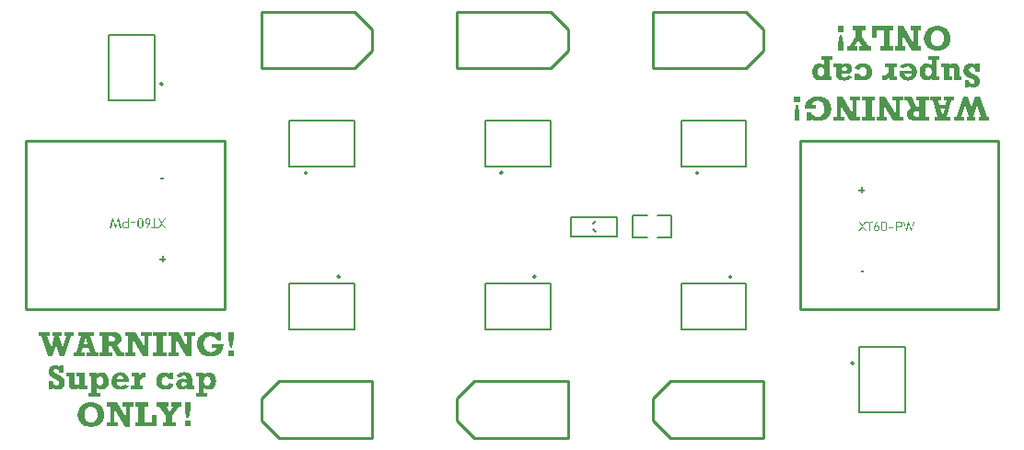
<source format=gto>
G04*
G04 #@! TF.GenerationSoftware,Altium Limited,Altium Designer,20.0.2 (26)*
G04*
G04 Layer_Color=65535*
%FSLAX25Y25*%
%MOIN*%
G70*
G01*
G75*
%ADD10C,0.00787*%
%ADD11C,0.00700*%
%ADD12C,0.01000*%
%ADD13C,0.00984*%
G36*
X543970Y217465D02*
X542894D01*
Y217648D01*
X542544D01*
Y217465D01*
X541473D01*
Y217787D01*
X543970D01*
Y217465D01*
D02*
G37*
G36*
X540282Y216048D02*
X540208Y216161D01*
X540147Y216255D01*
X540088Y216344D01*
X540002Y216211D01*
X539895Y216045D01*
X539936Y215983D01*
X540008Y215878D01*
X540090Y215752D01*
X539114Y214246D01*
X538726D01*
X539895Y216045D01*
X538759Y217787D01*
X539142D01*
X540088Y216344D01*
X541023Y217787D01*
X541412D01*
X540282Y216048D01*
D02*
G37*
G36*
X553550Y217781D02*
X553627Y217770D01*
X553711Y217754D01*
X553805Y217731D01*
X553899Y217698D01*
X553994Y217654D01*
X553999D01*
X554005Y217648D01*
X554033Y217631D01*
X554077Y217598D01*
X554133Y217554D01*
X554194Y217504D01*
X554255Y217437D01*
X554316Y217359D01*
X554371Y217271D01*
X554377Y217260D01*
X554393Y217226D01*
X554416Y217176D01*
X554438Y217110D01*
X554460Y217026D01*
X554482Y216927D01*
X554499Y216815D01*
X554504Y216699D01*
Y216693D01*
Y216682D01*
Y216666D01*
Y216644D01*
X554499Y216582D01*
X554488Y216510D01*
X554471Y216422D01*
X554449Y216327D01*
X554416Y216227D01*
X554371Y216133D01*
X554366Y216122D01*
X554349Y216094D01*
X554316Y216050D01*
X554277Y215994D01*
X554221Y215933D01*
X554155Y215866D01*
X554083Y215806D01*
X553994Y215750D01*
X553983Y215744D01*
X553949Y215728D01*
X553899Y215705D01*
X553833Y215683D01*
X553755Y215661D01*
X553661Y215639D01*
X553555Y215622D01*
X553439Y215617D01*
X552418D01*
Y215944D01*
X552323D01*
Y215617D01*
X552418D01*
Y214246D01*
X552068D01*
Y217787D01*
X552323D01*
Y217465D01*
X552418D01*
Y215944D01*
X553489D01*
X553528Y215950D01*
X553578Y215955D01*
X553633Y215966D01*
X553694Y215983D01*
X553761Y216005D01*
X553822Y216038D01*
X553827Y216044D01*
X553850Y216055D01*
X553877Y216077D01*
X553910Y216111D01*
X553955Y216149D01*
X553994Y216194D01*
X554033Y216244D01*
X554066Y216305D01*
X554072Y216311D01*
X554083Y216338D01*
X554094Y216371D01*
X554110Y216422D01*
X554127Y216477D01*
X554144Y216544D01*
X554149Y216616D01*
X554155Y216699D01*
Y216710D01*
Y216738D01*
X554149Y216782D01*
X554144Y216832D01*
X554133Y216899D01*
X554116Y216965D01*
X554094Y217032D01*
X554066Y217099D01*
X554060Y217104D01*
X554049Y217126D01*
X554033Y217160D01*
X554005Y217198D01*
X553972Y217237D01*
X553927Y217282D01*
X553877Y217326D01*
X553822Y217365D01*
X553816Y217371D01*
X553794Y217382D01*
X553761Y217398D01*
X553716Y217415D01*
X553661Y217432D01*
X553600Y217448D01*
X553528Y217459D01*
X553455Y217465D01*
X552418D01*
Y217787D01*
X553494D01*
X553550Y217781D01*
D02*
G37*
G36*
X551263Y215350D02*
X549626D01*
Y215678D01*
X551263D01*
Y215350D01*
D02*
G37*
G36*
X557929Y214246D02*
X557568D01*
X556863Y217038D01*
X556131Y214246D01*
X555770D01*
X554810Y217787D01*
X555204D01*
X555953Y214740D01*
X556730Y217787D01*
X556969Y217787D01*
X557746Y214740D01*
X558495Y217787D01*
X558889D01*
X557929Y214246D01*
D02*
G37*
G36*
X542894Y214246D02*
X542544D01*
Y217465D01*
X542894D01*
Y214246D01*
D02*
G37*
G36*
X541462D02*
X541073D01*
X540090Y215752D01*
X540197Y215916D01*
X540282Y216048D01*
X541462Y214246D01*
D02*
G37*
G36*
X547944Y217826D02*
X547983D01*
X548033Y217820D01*
X548139Y217798D01*
X548261Y217765D01*
X548388Y217720D01*
X548505Y217654D01*
X548560Y217609D01*
X548610Y217565D01*
X548616Y217559D01*
X548621Y217554D01*
X548632Y217537D01*
X548649Y217515D01*
X548671Y217493D01*
X548694Y217459D01*
X548716Y217421D01*
X548743Y217376D01*
X548766Y217326D01*
X548788Y217271D01*
X548832Y217143D01*
X548860Y216993D01*
X548871Y216915D01*
Y216827D01*
Y215212D01*
Y215206D01*
Y215189D01*
Y215167D01*
X548866Y215134D01*
Y215095D01*
X548860Y215045D01*
X548838Y214940D01*
X548810Y214823D01*
X548760Y214701D01*
X548699Y214579D01*
X548655Y214523D01*
X548610Y214474D01*
X548605D01*
X548599Y214462D01*
X548583Y214451D01*
X548560Y214435D01*
X548538Y214412D01*
X548505Y214390D01*
X548466Y214368D01*
X548422Y214346D01*
X548372Y214318D01*
X548316Y214296D01*
X548255Y214274D01*
X548188Y214251D01*
X548116Y214235D01*
X548033Y214224D01*
X547950Y214218D01*
X547861Y214213D01*
X547811D01*
X547778Y214218D01*
X547739D01*
X547689Y214229D01*
X547578Y214246D01*
X547456Y214279D01*
X547328Y214324D01*
X547206Y214390D01*
X547151Y214429D01*
X547101Y214474D01*
Y214479D01*
X547090Y214485D01*
X547079Y214501D01*
X547062Y214523D01*
X547040Y214551D01*
X547017Y214584D01*
X546995Y214623D01*
X546973Y214668D01*
X546929Y214773D01*
X546884Y214895D01*
X546856Y215045D01*
X546851Y215128D01*
X546845Y215212D01*
Y216827D01*
Y216832D01*
Y216849D01*
Y216871D01*
X546851Y216904D01*
Y216943D01*
X546862Y216993D01*
X546879Y217099D01*
X546912Y217215D01*
X546956Y217337D01*
X547023Y217459D01*
X547062Y217515D01*
X547106Y217565D01*
X547112Y217570D01*
X547117Y217576D01*
X547134Y217587D01*
X547156Y217609D01*
X547184Y217626D01*
X547217Y217648D01*
X547256Y217676D01*
X547300Y217698D01*
X547351Y217726D01*
X547406Y217748D01*
X547467Y217770D01*
X547534Y217792D01*
X547606Y217809D01*
X547689Y217820D01*
X547772Y217826D01*
X547861Y217831D01*
X547911D01*
X547944Y217826D01*
D02*
G37*
G36*
X544811Y216211D02*
X544798Y216199D01*
X544770Y216172D01*
X544742Y216149D01*
X544725Y216127D01*
X544720Y216116D01*
X544714Y216111D01*
Y216022D01*
X544811Y216211D01*
X544836Y216233D01*
X544875Y216261D01*
X544925Y216283D01*
X544931Y216288D01*
X544947Y216294D01*
X544981Y216305D01*
X545019Y216316D01*
X545064Y216327D01*
X545119Y216338D01*
X545175Y216349D01*
X545291D01*
X545347Y216344D01*
X545419Y216333D01*
X545497Y216316D01*
X545585Y216294D01*
X545669Y216266D01*
X545752Y216222D01*
X545763Y216216D01*
X545785Y216199D01*
X545824Y216172D01*
X545874Y216133D01*
X545930Y216077D01*
X545980Y216016D01*
X546035Y215944D01*
X546079Y215861D01*
X546085Y215850D01*
X546096Y215822D01*
X546113Y215772D01*
X546135Y215700D01*
X546157Y215617D01*
X546174Y215522D01*
X546185Y215411D01*
X546191Y215289D01*
Y215284D01*
Y215273D01*
Y215256D01*
Y215234D01*
X546185Y215167D01*
X546174Y215090D01*
X546163Y215001D01*
X546140Y214901D01*
X546113Y214801D01*
X546074Y214707D01*
X546068Y214695D01*
X546052Y214668D01*
X546024Y214623D01*
X545985Y214568D01*
X545941Y214507D01*
X545880Y214446D01*
X545808Y214390D01*
X545730Y214335D01*
X545719Y214329D01*
X545691Y214318D01*
X545641Y214296D01*
X545580Y214274D01*
X545502Y214251D01*
X545413Y214229D01*
X545308Y214218D01*
X545197Y214213D01*
X545147D01*
X545086Y214218D01*
X545014Y214229D01*
X544931Y214240D01*
X544842Y214263D01*
X544753Y214296D01*
X544664Y214335D01*
X544653Y214340D01*
X544625Y214357D01*
X544587Y214385D01*
X544537Y214423D01*
X544487Y214479D01*
X544426Y214540D01*
X544376Y214612D01*
X544326Y214695D01*
Y214701D01*
X544320Y214707D01*
X544309Y214740D01*
X544287Y214790D01*
X544270Y214862D01*
X544248Y214945D01*
X544226Y215045D01*
X544215Y215156D01*
X544209Y215278D01*
Y215289D01*
Y215312D01*
Y215350D01*
X544215Y215400D01*
X544220Y215461D01*
X544226Y215533D01*
X544237Y215611D01*
X544253Y215689D01*
Y215700D01*
X544265Y215728D01*
X544276Y215772D01*
X544292Y215828D01*
X544309Y215894D01*
X544331Y215966D01*
X544392Y216122D01*
Y216127D01*
X544398Y216144D01*
X544409Y216166D01*
X544420Y216188D01*
X544426Y216194D01*
X544431Y216211D01*
X544448Y216233D01*
X544459Y216261D01*
X545225Y217787D01*
X545619D01*
X544811Y216211D01*
D02*
G37*
G36*
X276974Y217472D02*
X275337D01*
Y217799D01*
X276974D01*
Y217472D01*
D02*
G37*
G36*
X274532Y215363D02*
X274277D01*
Y215685D01*
X274182D01*
Y217205D01*
X273111D01*
X273072Y217200D01*
X273022Y217194D01*
X272967Y217183D01*
X272906Y217167D01*
X272839Y217144D01*
X272778Y217111D01*
X272773Y217106D01*
X272750Y217094D01*
X272723Y217072D01*
X272689Y217039D01*
X272645Y217000D01*
X272606Y216956D01*
X272567Y216906D01*
X272534Y216845D01*
X272529Y216839D01*
X272517Y216811D01*
X272506Y216778D01*
X272490Y216728D01*
X272473Y216673D01*
X272456Y216606D01*
X272451Y216534D01*
X272445Y216451D01*
Y216440D01*
Y216412D01*
X272451Y216367D01*
X272456Y216317D01*
X272467Y216251D01*
X272484Y216184D01*
X272506Y216118D01*
X272534Y216051D01*
X272540Y216045D01*
X272551Y216023D01*
X272567Y215990D01*
X272595Y215951D01*
X272628Y215912D01*
X272673Y215868D01*
X272723Y215824D01*
X272778Y215785D01*
X272784Y215779D01*
X272806Y215768D01*
X272839Y215751D01*
X272884Y215735D01*
X272939Y215718D01*
X273000Y215701D01*
X273072Y215690D01*
X273145Y215685D01*
X274182D01*
Y215363D01*
X273106D01*
X273050Y215368D01*
X272972Y215379D01*
X272889Y215396D01*
X272795Y215418D01*
X272701Y215452D01*
X272606Y215496D01*
X272601D01*
X272595Y215501D01*
X272567Y215518D01*
X272523Y215551D01*
X272467Y215596D01*
X272406Y215646D01*
X272345Y215712D01*
X272284Y215790D01*
X272229Y215879D01*
X272223Y215890D01*
X272207Y215923D01*
X272184Y215973D01*
X272162Y216040D01*
X272140Y216123D01*
X272118Y216223D01*
X272101Y216334D01*
X272096Y216451D01*
Y216456D01*
Y216467D01*
Y216484D01*
Y216506D01*
X272101Y216567D01*
X272112Y216639D01*
X272129Y216728D01*
X272151Y216822D01*
X272184Y216922D01*
X272229Y217017D01*
X272234Y217028D01*
X272251Y217056D01*
X272284Y217100D01*
X272323Y217156D01*
X272379Y217216D01*
X272445Y217283D01*
X272517Y217344D01*
X272606Y217400D01*
X272617Y217405D01*
X272651Y217422D01*
X272701Y217444D01*
X272767Y217466D01*
X272845Y217489D01*
X272939Y217511D01*
X273045Y217527D01*
X273161Y217533D01*
X274182D01*
Y217205D01*
X274277D01*
Y217533D01*
X274182D01*
Y218904D01*
X274532D01*
Y215363D01*
D02*
G37*
G36*
X286705Y217104D02*
X286664Y217167D01*
X286592Y217272D01*
X286510Y217398D01*
X287486Y218904D01*
X287874D01*
X286705Y217104D01*
D02*
G37*
G36*
X271790Y215363D02*
X271396D01*
X270647Y218410D01*
X269870Y215363D01*
X269631D01*
X268854Y218410D01*
X268105Y215363D01*
X267711D01*
X268671Y218904D01*
X269032D01*
X269737Y216112D01*
X270469Y218904D01*
X270830D01*
X271790Y215363D01*
D02*
G37*
G36*
X286510Y217398D02*
X286403Y217233D01*
X286318Y217102D01*
X286392Y216989D01*
X286454Y216895D01*
X286512Y216806D01*
X286598Y216939D01*
X286705Y217104D01*
X287841Y215363D01*
X287458D01*
X286512Y216806D01*
X285577Y215363D01*
X285188D01*
X286318Y217102D01*
X285138Y218904D01*
X285527D01*
X286510Y217398D01*
D02*
G37*
G36*
X284056Y215685D02*
X285127D01*
Y215363D01*
X282629D01*
Y215685D01*
X283706D01*
Y218904D01*
X284056D01*
Y215685D01*
D02*
G37*
G36*
X281514Y218931D02*
X281586Y218920D01*
X281669Y218909D01*
X281758Y218887D01*
X281847Y218854D01*
X281936Y218815D01*
X281947Y218809D01*
X281975Y218793D01*
X282014Y218765D01*
X282063Y218726D01*
X282113Y218671D01*
X282174Y218609D01*
X282224Y218537D01*
X282274Y218454D01*
Y218449D01*
X282280Y218443D01*
X282291Y218410D01*
X282313Y218360D01*
X282330Y218288D01*
X282352Y218204D01*
X282374Y218105D01*
X282385Y217993D01*
X282391Y217871D01*
Y217860D01*
Y217838D01*
Y217799D01*
X282385Y217749D01*
X282380Y217688D01*
X282374Y217616D01*
X282363Y217538D01*
X282347Y217461D01*
Y217450D01*
X282335Y217422D01*
X282324Y217377D01*
X282308Y217322D01*
X282291Y217255D01*
X282269Y217183D01*
X282208Y217028D01*
Y217022D01*
X282202Y217006D01*
X282191Y216983D01*
X282180Y216961D01*
X282174Y216956D01*
X282169Y216939D01*
X282152Y216917D01*
X282141Y216889D01*
X281375Y215363D01*
X280981D01*
X281789Y216938D01*
X281764Y216917D01*
X281725Y216889D01*
X281675Y216867D01*
X281669Y216861D01*
X281653Y216856D01*
X281619Y216845D01*
X281580Y216834D01*
X281536Y216822D01*
X281481Y216811D01*
X281425Y216800D01*
X281309D01*
X281253Y216806D01*
X281181Y216817D01*
X281103Y216834D01*
X281014Y216856D01*
X280931Y216883D01*
X280848Y216928D01*
X280837Y216933D01*
X280815Y216950D01*
X280776Y216978D01*
X280726Y217017D01*
X280670Y217072D01*
X280620Y217133D01*
X280565Y217205D01*
X280521Y217289D01*
X280515Y217300D01*
X280504Y217327D01*
X280487Y217377D01*
X280465Y217450D01*
X280443Y217533D01*
X280426Y217627D01*
X280415Y217738D01*
X280410Y217860D01*
Y217866D01*
Y217877D01*
Y217894D01*
Y217916D01*
X280415Y217982D01*
X280426Y218060D01*
X280437Y218149D01*
X280459Y218249D01*
X280487Y218349D01*
X280526Y218443D01*
X280532Y218454D01*
X280548Y218482D01*
X280576Y218526D01*
X280615Y218582D01*
X280659Y218643D01*
X280720Y218704D01*
X280792Y218759D01*
X280870Y218815D01*
X280881Y218820D01*
X280909Y218832D01*
X280959Y218854D01*
X281020Y218876D01*
X281098Y218898D01*
X281187Y218920D01*
X281292Y218931D01*
X281403Y218937D01*
X281453D01*
X281514Y218931D01*
D02*
G37*
G36*
X278822D02*
X278861D01*
X278911Y218920D01*
X279022Y218904D01*
X279144Y218870D01*
X279272Y218826D01*
X279394Y218759D01*
X279449Y218721D01*
X279499Y218676D01*
Y218671D01*
X279510Y218665D01*
X279521Y218648D01*
X279538Y218626D01*
X279560Y218599D01*
X279583Y218565D01*
X279605Y218526D01*
X279627Y218482D01*
X279671Y218376D01*
X279716Y218254D01*
X279744Y218105D01*
X279749Y218021D01*
X279755Y217938D01*
Y216323D01*
Y216317D01*
Y216301D01*
Y216279D01*
X279749Y216245D01*
Y216206D01*
X279738Y216156D01*
X279721Y216051D01*
X279688Y215934D01*
X279644Y215812D01*
X279577Y215690D01*
X279538Y215635D01*
X279494Y215585D01*
X279488Y215579D01*
X279483Y215574D01*
X279466Y215563D01*
X279444Y215540D01*
X279416Y215524D01*
X279383Y215501D01*
X279344Y215474D01*
X279299Y215452D01*
X279250Y215424D01*
X279194Y215402D01*
X279133Y215379D01*
X279066Y215357D01*
X278994Y215341D01*
X278911Y215330D01*
X278828Y215324D01*
X278739Y215318D01*
X278689D01*
X278656Y215324D01*
X278617D01*
X278567Y215330D01*
X278462Y215352D01*
X278339Y215385D01*
X278212Y215429D01*
X278095Y215496D01*
X278040Y215540D01*
X277990Y215585D01*
X277984Y215590D01*
X277979Y215596D01*
X277968Y215613D01*
X277951Y215635D01*
X277929Y215657D01*
X277906Y215690D01*
X277884Y215729D01*
X277856Y215774D01*
X277834Y215824D01*
X277812Y215879D01*
X277768Y216007D01*
X277740Y216156D01*
X277729Y216234D01*
Y216323D01*
Y217938D01*
Y217944D01*
Y217960D01*
Y217982D01*
X277734Y218016D01*
Y218055D01*
X277740Y218105D01*
X277762Y218210D01*
X277790Y218326D01*
X277840Y218449D01*
X277901Y218571D01*
X277945Y218626D01*
X277990Y218676D01*
X277995D01*
X278001Y218687D01*
X278017Y218698D01*
X278040Y218715D01*
X278062Y218737D01*
X278095Y218759D01*
X278134Y218782D01*
X278178Y218804D01*
X278228Y218832D01*
X278284Y218854D01*
X278345Y218876D01*
X278412Y218898D01*
X278484Y218915D01*
X278567Y218926D01*
X278650Y218931D01*
X278739Y218937D01*
X278789D01*
X278822Y218931D01*
D02*
G37*
G36*
X287171Y233051D02*
X285944D01*
Y233706D01*
X287171D01*
Y233051D01*
D02*
G37*
G36*
X287100Y204369D02*
X287894D01*
Y203697D01*
X287100D01*
Y202898D01*
X286429D01*
Y203697D01*
X285630D01*
Y204369D01*
X286429D01*
Y205163D01*
X287100D01*
Y204369D01*
D02*
G37*
G36*
X540171Y229452D02*
X540970D01*
Y228781D01*
X540171D01*
Y227987D01*
X539500D01*
Y228781D01*
X538706D01*
Y229452D01*
X539500D01*
Y230251D01*
X540171D01*
Y229452D01*
D02*
G37*
G36*
X540656Y199444D02*
X539429D01*
Y200099D01*
X540656D01*
Y199444D01*
D02*
G37*
G36*
X534323Y275069D02*
X534392D01*
X534489Y275056D01*
X534697Y275014D01*
X534947Y274958D01*
X535211Y274875D01*
X535475Y274750D01*
X535724Y274584D01*
X535752Y274556D01*
X535822Y274486D01*
X535933Y274375D01*
X536044Y274223D01*
X536155Y274028D01*
X536266Y273792D01*
X536335Y273515D01*
X536349Y273362D01*
X536363Y273210D01*
Y273196D01*
Y273168D01*
Y273126D01*
X536349Y273071D01*
X536321Y272904D01*
X536280Y272710D01*
X536196Y272474D01*
X536071Y272238D01*
X536002Y272113D01*
X535905Y271988D01*
X535808Y271877D01*
X535683Y271766D01*
X535669Y271752D01*
X535655Y271738D01*
X535613Y271710D01*
X535558Y271669D01*
X535488Y271627D01*
X535405Y271572D01*
X535211Y271461D01*
X534947Y271363D01*
X534656Y271266D01*
X534309Y271197D01*
X534114Y271169D01*
X533809D01*
X533684Y271183D01*
X533518Y271211D01*
X533309Y271238D01*
X533073Y271294D01*
X532810Y271377D01*
X532518Y271475D01*
Y271114D01*
Y271100D01*
Y271030D01*
X532532Y270947D01*
X532560Y270850D01*
X532601Y270725D01*
X532657Y270600D01*
X532726Y270475D01*
X532837Y270364D01*
X532851Y270350D01*
X532893Y270322D01*
X532962Y270267D01*
X533059Y270211D01*
X533171Y270156D01*
X533323Y270100D01*
X533476Y270073D01*
X533670Y270059D01*
X533781D01*
X533906Y270087D01*
X534059Y270114D01*
X534225Y270170D01*
X534420Y270253D01*
X534600Y270378D01*
X534781Y270531D01*
X536321Y270253D01*
X536307Y270239D01*
X536294Y270198D01*
X536238Y270114D01*
X536182Y270031D01*
X536099Y269920D01*
X535988Y269795D01*
X535863Y269670D01*
X535710Y269531D01*
X535530Y269406D01*
X535322Y269281D01*
X535072Y269157D01*
X534808Y269045D01*
X534517Y268948D01*
X534184Y268879D01*
X533809Y268837D01*
X533406Y268823D01*
X533254D01*
X533101Y268837D01*
X532893Y268851D01*
X532671Y268879D01*
X532435Y268907D01*
X532185Y268962D01*
X531963Y269032D01*
X531935Y269045D01*
X531866Y269073D01*
X531769Y269115D01*
X531644Y269170D01*
X531505Y269240D01*
X531366Y269323D01*
X531227Y269434D01*
X531116Y269545D01*
X531102Y269559D01*
X531075Y269601D01*
X531019Y269656D01*
X530950Y269740D01*
X530894Y269850D01*
X530825Y269962D01*
X530769Y270087D01*
X530714Y270225D01*
Y270239D01*
X530700Y270295D01*
X530672Y270378D01*
X530644Y270503D01*
X530630Y270669D01*
X530603Y270878D01*
X530589Y271128D01*
Y271419D01*
Y273612D01*
X529617D01*
Y275000D01*
X532518D01*
Y274528D01*
X532532D01*
X532560Y274556D01*
X532601Y274584D01*
X532657Y274611D01*
X532726Y274653D01*
X532810Y274709D01*
X533018Y274806D01*
X533268Y274903D01*
X533545Y275000D01*
X533851Y275056D01*
X534170Y275083D01*
X534253D01*
X534323Y275069D01*
D02*
G37*
G36*
X573395D02*
X573547Y275056D01*
X573742Y275028D01*
X573964Y274958D01*
X574186Y274875D01*
X574408Y274764D01*
X574616Y274598D01*
X574630Y274570D01*
X574686Y274500D01*
X574769Y274403D01*
X574852Y274237D01*
X574949Y274042D01*
X575019Y273806D01*
X575074Y273543D01*
X575102Y273223D01*
Y270350D01*
X576004D01*
Y268962D01*
X573186D01*
Y272724D01*
Y272738D01*
Y272793D01*
X573173Y272876D01*
Y272973D01*
X573131Y273182D01*
X573103Y273279D01*
X573062Y273348D01*
X573048D01*
X573034Y273376D01*
X572992Y273390D01*
X572951Y273418D01*
X572881Y273445D01*
X572798Y273473D01*
X572687Y273487D01*
X572562Y273501D01*
X572534D01*
X572479Y273487D01*
X572381Y273473D01*
X572243Y273445D01*
X572090Y273390D01*
X571910Y273321D01*
X571701Y273210D01*
X571493Y273071D01*
Y270350D01*
X572423D01*
Y268962D01*
X569564D01*
Y273612D01*
X568592D01*
Y275000D01*
X571493D01*
Y274486D01*
X571507D01*
X571535Y274514D01*
X571576Y274542D01*
X571646Y274584D01*
X571729Y274625D01*
X571812Y274681D01*
X572035Y274778D01*
X572312Y274889D01*
X572604Y274986D01*
X572923Y275056D01*
X573089Y275069D01*
X573256Y275083D01*
X573339D01*
X573395Y275069D01*
D02*
G37*
G36*
X568065Y276332D02*
X567052D01*
Y270350D01*
X567898D01*
Y268962D01*
X565122D01*
Y269726D01*
X565108Y269712D01*
X565081Y269684D01*
X565039Y269642D01*
X564983Y269587D01*
X564914Y269531D01*
X564817Y269448D01*
X564595Y269295D01*
X564331Y269143D01*
X564026Y269004D01*
X563873Y268948D01*
X563693Y268907D01*
X563512Y268879D01*
X563332Y268865D01*
X563221D01*
X563137Y268879D01*
X563026Y268893D01*
X562915Y268921D01*
X562652Y268990D01*
X562499Y269032D01*
X562346Y269101D01*
X562194Y269170D01*
X562027Y269268D01*
X561874Y269379D01*
X561722Y269503D01*
X561583Y269656D01*
X561444Y269823D01*
X561430Y269837D01*
X561416Y269864D01*
X561375Y269920D01*
X561333Y269989D01*
X561277Y270087D01*
X561222Y270198D01*
X561166Y270322D01*
X561097Y270461D01*
X561028Y270614D01*
X560972Y270780D01*
X560861Y271169D01*
X560778Y271585D01*
X560764Y271808D01*
X560750Y272044D01*
Y272057D01*
Y272099D01*
Y272168D01*
X560764Y272266D01*
X560778Y272377D01*
X560792Y272516D01*
X560806Y272668D01*
X560833Y272821D01*
X560930Y273182D01*
X561055Y273543D01*
X561139Y273737D01*
X561236Y273917D01*
X561347Y274098D01*
X561472Y274264D01*
X561486Y274278D01*
X561500Y274306D01*
X561541Y274348D01*
X561597Y274403D01*
X561666Y274473D01*
X561763Y274542D01*
X561860Y274625D01*
X561972Y274695D01*
X562249Y274861D01*
X562568Y275000D01*
X562749Y275056D01*
X562943Y275097D01*
X563137Y275125D01*
X563359Y275139D01*
X563457D01*
X563526Y275125D01*
X563609Y275111D01*
X563706Y275097D01*
X563942Y275042D01*
X564220Y274958D01*
X564511Y274820D01*
X564664Y274722D01*
X564817Y274625D01*
X564970Y274514D01*
X565122Y274375D01*
Y276332D01*
X563915D01*
Y277720D01*
X568065D01*
Y276332D01*
D02*
G37*
G36*
X529229D02*
X528215D01*
Y270350D01*
X529062D01*
Y268962D01*
X526286D01*
Y269726D01*
X526272Y269712D01*
X526244Y269684D01*
X526203Y269642D01*
X526147Y269587D01*
X526078Y269531D01*
X525981Y269448D01*
X525759Y269295D01*
X525495Y269143D01*
X525189Y269004D01*
X525037Y268948D01*
X524856Y268907D01*
X524676Y268879D01*
X524496Y268865D01*
X524384D01*
X524301Y268879D01*
X524190Y268893D01*
X524079Y268921D01*
X523815Y268990D01*
X523663Y269032D01*
X523510Y269101D01*
X523357Y269170D01*
X523191Y269268D01*
X523038Y269379D01*
X522885Y269503D01*
X522747Y269656D01*
X522608Y269823D01*
X522594Y269837D01*
X522580Y269864D01*
X522538Y269920D01*
X522497Y269989D01*
X522441Y270087D01*
X522386Y270198D01*
X522330Y270322D01*
X522261Y270461D01*
X522191Y270614D01*
X522136Y270780D01*
X522025Y271169D01*
X521942Y271585D01*
X521928Y271808D01*
X521914Y272044D01*
Y272057D01*
Y272099D01*
Y272168D01*
X521928Y272266D01*
X521942Y272377D01*
X521955Y272516D01*
X521969Y272668D01*
X521997Y272821D01*
X522094Y273182D01*
X522219Y273543D01*
X522302Y273737D01*
X522400Y273917D01*
X522511Y274098D01*
X522636Y274264D01*
X522649Y274278D01*
X522663Y274306D01*
X522705Y274348D01*
X522760Y274403D01*
X522830Y274473D01*
X522927Y274542D01*
X523024Y274625D01*
X523135Y274695D01*
X523413Y274861D01*
X523732Y275000D01*
X523912Y275056D01*
X524107Y275097D01*
X524301Y275125D01*
X524523Y275139D01*
X524620D01*
X524690Y275125D01*
X524773Y275111D01*
X524870Y275097D01*
X525106Y275042D01*
X525384Y274958D01*
X525675Y274820D01*
X525828Y274722D01*
X525981Y274625D01*
X526133Y274514D01*
X526286Y274375D01*
Y276332D01*
X525078Y276332D01*
Y277720D01*
X529229Y277720D01*
Y276332D01*
D02*
G37*
G36*
X579391Y275097D02*
X579488Y275083D01*
X579599Y275069D01*
X579849Y275000D01*
X580126Y274903D01*
X580279Y274833D01*
X580432Y274750D01*
X580571Y274653D01*
X580710Y274542D01*
X580834Y274417D01*
X580959Y274264D01*
Y275000D01*
X582431D01*
Y272044D01*
X580959D01*
Y272057D01*
Y272085D01*
Y272127D01*
X580945Y272182D01*
X580932Y272321D01*
X580904Y272502D01*
X580848Y272696D01*
X580779Y272904D01*
X580682Y273085D01*
X580543Y273251D01*
X580529Y273265D01*
X580474Y273307D01*
X580390Y273376D01*
X580279Y273432D01*
X580140Y273501D01*
X579988Y273570D01*
X579807Y273612D01*
X579627Y273626D01*
X579557D01*
X579488Y273612D01*
X579391Y273584D01*
X579280Y273556D01*
X579169Y273515D01*
X579058Y273445D01*
X578947Y273348D01*
X578933Y273334D01*
X578905Y273293D01*
X578863Y273237D01*
X578808Y273168D01*
X578752Y273071D01*
X578711Y272960D01*
X578683Y272835D01*
X578669Y272710D01*
Y272696D01*
Y272640D01*
X578683Y272571D01*
X578697Y272474D01*
X578738Y272377D01*
X578780Y272252D01*
X578850Y272141D01*
X578947Y272044D01*
X578961Y272030D01*
X579002Y271988D01*
X579072Y271933D01*
X579169Y271863D01*
X579294Y271766D01*
X579474Y271669D01*
X579669Y271544D01*
X579918Y271419D01*
X579932Y271405D01*
X579988Y271391D01*
X580057Y271350D01*
X580168Y271294D01*
X580279Y271238D01*
X580432Y271155D01*
X580737Y270989D01*
X581084Y270794D01*
X581417Y270572D01*
X581584Y270461D01*
X581723Y270350D01*
X581861Y270253D01*
X581973Y270142D01*
X582000Y270114D01*
X582056Y270045D01*
X582139Y269920D01*
X582236Y269740D01*
X582333Y269531D01*
X582417Y269281D01*
X582472Y268976D01*
X582500Y268643D01*
Y268629D01*
Y268587D01*
Y268532D01*
X582486Y268449D01*
X582472Y268365D01*
X582458Y268254D01*
X582417Y267991D01*
X582333Y267713D01*
X582195Y267422D01*
X582125Y267269D01*
X582028Y267130D01*
X581917Y267005D01*
X581792Y266880D01*
X581778Y266866D01*
X581764Y266852D01*
X581723Y266825D01*
X581667Y266783D01*
X581515Y266672D01*
X581320Y266561D01*
X581084Y266450D01*
X580821Y266339D01*
X580515Y266269D01*
X580349Y266242D01*
X580085D01*
X580016Y266256D01*
X579918Y266269D01*
X579821Y266283D01*
X579585Y266339D01*
X579335Y266436D01*
X579197Y266505D01*
X579058Y266589D01*
X578933Y266686D01*
X578808Y266783D01*
X578683Y266922D01*
X578572Y267061D01*
Y266325D01*
X577101D01*
Y268962D01*
X578572D01*
Y268948D01*
Y268934D01*
X578586Y268865D01*
X578614Y268754D01*
X578655Y268615D01*
X578711Y268476D01*
X578780Y268324D01*
X578877Y268171D01*
X579002Y268032D01*
X579016Y268018D01*
X579058Y267977D01*
X579141Y267921D01*
X579238Y267852D01*
X579349Y267796D01*
X579488Y267741D01*
X579655Y267699D01*
X579821Y267685D01*
X579877D01*
X579946Y267699D01*
X580029Y267713D01*
X580224Y267769D01*
X580335Y267810D01*
X580432Y267880D01*
X580446Y267893D01*
X580474Y267921D01*
X580501Y267963D01*
X580543Y268018D01*
X580598Y268088D01*
X580626Y268171D01*
X580654Y268282D01*
X580668Y268393D01*
Y268407D01*
Y268435D01*
X580654Y268490D01*
X580640Y268560D01*
X580585Y268726D01*
X580543Y268810D01*
X580474Y268907D01*
X580460Y268921D01*
X580418Y268948D01*
X580349Y269004D01*
X580238Y269073D01*
X580085Y269170D01*
X579988Y269226D01*
X579877Y269295D01*
X579752Y269365D01*
X579599Y269434D01*
X579446Y269503D01*
X579266Y269587D01*
X579252D01*
X579224Y269601D01*
X579169Y269628D01*
X579113Y269656D01*
X579030Y269698D01*
X578933Y269740D01*
X578725Y269850D01*
X578489Y269962D01*
X578239Y270100D01*
X578003Y270225D01*
X577795Y270364D01*
X577767Y270378D01*
X577711Y270420D01*
X577614Y270503D01*
X577503Y270600D01*
X577364Y270725D01*
X577226Y270878D01*
X577101Y271058D01*
X576976Y271252D01*
X576962Y271280D01*
X576934Y271350D01*
X576879Y271461D01*
X576823Y271613D01*
X576768Y271808D01*
X576712Y272030D01*
X576684Y272266D01*
X576670Y272529D01*
Y272543D01*
Y272585D01*
Y272654D01*
X576684Y272738D01*
X576698Y272849D01*
X576712Y272973D01*
X576768Y273251D01*
X576851Y273570D01*
X576990Y273890D01*
X577073Y274056D01*
X577184Y274195D01*
X577295Y274348D01*
X577434Y274473D01*
X577448D01*
X577462Y274500D01*
X577503Y274528D01*
X577573Y274570D01*
X577642Y274625D01*
X577725Y274681D01*
X577934Y274792D01*
X578197Y274903D01*
X578489Y275014D01*
X578836Y275083D01*
X579016Y275097D01*
X579197Y275111D01*
X579308D01*
X579391Y275097D01*
D02*
G37*
G36*
X540402Y275125D02*
X540527Y275111D01*
X540680Y275097D01*
X540860Y275069D01*
X541040Y275028D01*
X541443Y274931D01*
X541651Y274861D01*
X541859Y274778D01*
X542068Y274681D01*
X542276Y274556D01*
X542470Y274431D01*
X542651Y274278D01*
X542664Y274264D01*
X542692Y274237D01*
X542734Y274195D01*
X542789Y274126D01*
X542873Y274028D01*
X542942Y273931D01*
X543025Y273806D01*
X543109Y273668D01*
X543206Y273515D01*
X543289Y273334D01*
X543358Y273154D01*
X543428Y272946D01*
X543497Y272724D01*
X543539Y272488D01*
X543567Y272238D01*
X543580Y271974D01*
Y271960D01*
Y271905D01*
Y271835D01*
X543567Y271738D01*
X543553Y271613D01*
X543525Y271475D01*
X543497Y271322D01*
X543469Y271155D01*
X543358Y270794D01*
X543289Y270600D01*
X543192Y270420D01*
X543095Y270225D01*
X542970Y270045D01*
X542831Y269878D01*
X542664Y269712D01*
X542651Y269698D01*
X542623Y269670D01*
X542567Y269628D01*
X542498Y269573D01*
X542415Y269517D01*
X542304Y269448D01*
X542193Y269365D01*
X542054Y269281D01*
X541901Y269212D01*
X541734Y269129D01*
X541374Y268990D01*
X541179Y268948D01*
X540971Y268907D01*
X540749Y268879D01*
X540527Y268865D01*
X540430D01*
X540360Y268879D01*
X540277D01*
X540180Y268893D01*
X539930Y268934D01*
X539652Y269004D01*
X539347Y269115D01*
X539014Y269268D01*
X538861Y269351D01*
X538695Y269462D01*
Y268962D01*
X537376D01*
Y271419D01*
X538750D01*
Y271405D01*
X538778Y271377D01*
X538806Y271322D01*
X538834Y271266D01*
X538958Y271100D01*
X539111Y270905D01*
X539319Y270725D01*
X539569Y270558D01*
X539708Y270503D01*
X539875Y270447D01*
X540041Y270420D01*
X540222Y270406D01*
X540333D01*
X540444Y270433D01*
X540582Y270461D01*
X540749Y270517D01*
X540915Y270586D01*
X541082Y270697D01*
X541235Y270836D01*
X541249Y270850D01*
X541290Y270905D01*
X541360Y271003D01*
X541415Y271128D01*
X541485Y271294D01*
X541554Y271488D01*
X541596Y271710D01*
X541609Y271960D01*
Y271974D01*
Y272002D01*
Y272044D01*
Y272099D01*
X541582Y272252D01*
X541554Y272446D01*
X541512Y272640D01*
X541443Y272863D01*
X541346Y273057D01*
X541221Y273223D01*
X541207Y273237D01*
X541152Y273279D01*
X541068Y273348D01*
X540943Y273418D01*
X540804Y273501D01*
X540638Y273556D01*
X540444Y273612D01*
X540235Y273626D01*
X540152D01*
X540069Y273612D01*
X539958Y273598D01*
X539819Y273556D01*
X539666Y273515D01*
X539514Y273445D01*
X539361Y273362D01*
X539347Y273348D01*
X539292Y273307D01*
X539222Y273251D01*
X539125Y273168D01*
X539014Y273071D01*
X538903Y272946D01*
X538792Y272807D01*
X538695Y272654D01*
X537196Y273321D01*
X537210Y273334D01*
X537237Y273404D01*
X537293Y273487D01*
X537362Y273598D01*
X537459Y273737D01*
X537570Y273890D01*
X537709Y274056D01*
X537876Y274223D01*
X538070Y274403D01*
X538292Y274570D01*
X538528Y274722D01*
X538792Y274847D01*
X539083Y274972D01*
X539417Y275056D01*
X539763Y275111D01*
X540138Y275139D01*
X540291D01*
X540402Y275125D01*
D02*
G37*
G36*
X552630Y273612D02*
X551520D01*
Y270350D01*
X552561D01*
Y268962D01*
X549757D01*
Y270489D01*
X549743Y270475D01*
X549729Y270392D01*
X549674Y270267D01*
X549604Y270114D01*
X549507Y269934D01*
X549382Y269753D01*
X549230Y269559D01*
X549035Y269365D01*
X549008Y269337D01*
X548938Y269281D01*
X548813Y269212D01*
X548647Y269115D01*
X548439Y269018D01*
X548203Y268948D01*
X547953Y268893D01*
X547661Y268865D01*
X547467D01*
X547342Y268879D01*
Y270697D01*
X547467D01*
X547592Y270711D01*
X547772D01*
X547953Y270739D01*
X548161Y270767D01*
X548355Y270808D01*
X548536Y270864D01*
X548550Y270878D01*
X548605Y270891D01*
X548702Y270947D01*
X548799Y271016D01*
X548924Y271114D01*
X549049Y271238D01*
X549174Y271391D01*
X549299Y271585D01*
X549313Y271613D01*
X549341Y271683D01*
X549396Y271794D01*
X549438Y271946D01*
X549493Y272141D01*
X549549Y272363D01*
X549577Y272599D01*
X549590Y272876D01*
Y273612D01*
X548383D01*
Y275000D01*
X552630D01*
Y273612D01*
D02*
G37*
G36*
X556697Y275125D02*
X556836Y275111D01*
X556989Y275097D01*
X557155Y275069D01*
X557336Y275028D01*
X557738Y274931D01*
X557946Y274861D01*
X558154Y274792D01*
X558363Y274695D01*
X558557Y274584D01*
X558737Y274459D01*
X558918Y274306D01*
X558932Y274292D01*
X558959Y274264D01*
X559001Y274223D01*
X559057Y274153D01*
X559126Y274070D01*
X559196Y273959D01*
X559279Y273848D01*
X559362Y273709D01*
X559445Y273556D01*
X559529Y273390D01*
X559598Y273210D01*
X559667Y273015D01*
X559723Y272807D01*
X559765Y272585D01*
X559792Y272349D01*
X559806Y272099D01*
Y272085D01*
Y272030D01*
Y271960D01*
X559792Y271863D01*
X559778Y271738D01*
X559751Y271599D01*
X559723Y271447D01*
X559695Y271280D01*
X559584Y270919D01*
X559515Y270725D01*
X559418Y270517D01*
X559320Y270322D01*
X559196Y270128D01*
X559057Y269948D01*
X558890Y269767D01*
X558876Y269753D01*
X558848Y269726D01*
X558793Y269684D01*
X558724Y269615D01*
X558640Y269545D01*
X558529Y269462D01*
X558390Y269379D01*
X558252Y269295D01*
X558085Y269212D01*
X557919Y269115D01*
X557724Y269045D01*
X557516Y268976D01*
X557294Y268907D01*
X557058Y268865D01*
X556808Y268837D01*
X556544Y268823D01*
X556447D01*
X556364Y268837D01*
X556281D01*
X556170Y268851D01*
X555934Y268893D01*
X555656Y268948D01*
X555351Y269045D01*
X555045Y269170D01*
X554754Y269351D01*
X554740D01*
X554726Y269379D01*
X554684Y269406D01*
X554629Y269448D01*
X554504Y269559D01*
X554338Y269712D01*
X554171Y269906D01*
X554004Y270128D01*
X553838Y270378D01*
X553713Y270656D01*
Y270669D01*
X553699Y270697D01*
X553685Y270739D01*
X553671Y270794D01*
X553644Y270864D01*
X553616Y270947D01*
X553560Y271155D01*
X553505Y271419D01*
X553449Y271710D01*
X553421Y272030D01*
X553407Y272377D01*
X557891D01*
Y272391D01*
Y272418D01*
X557877Y272460D01*
Y272516D01*
X557849Y272654D01*
X557807Y272835D01*
X557752Y273029D01*
X557655Y273223D01*
X557530Y273404D01*
X557377Y273556D01*
X557349Y273570D01*
X557294Y273612D01*
X557197Y273668D01*
X557072Y273723D01*
X556919Y273779D01*
X556753Y273834D01*
X556572Y273876D01*
X556378Y273890D01*
X556308D01*
X556253Y273876D01*
X556114Y273848D01*
X555948Y273806D01*
X555725Y273723D01*
X555489Y273584D01*
X555365Y273515D01*
X555240Y273418D01*
X555115Y273307D01*
X554976Y273182D01*
X553477Y273668D01*
X553491Y273681D01*
X553519Y273737D01*
X553574Y273806D01*
X553657Y273903D01*
X553755Y274014D01*
X553879Y274139D01*
X554032Y274264D01*
X554199Y274403D01*
X554393Y274542D01*
X554615Y274667D01*
X554851Y274792D01*
X555129Y274903D01*
X555406Y275000D01*
X555725Y275069D01*
X556073Y275125D01*
X556433Y275139D01*
X556586D01*
X556697Y275125D01*
D02*
G37*
G36*
X517419Y260918D02*
X515337D01*
Y263000D01*
X517419D01*
Y260918D01*
D02*
G37*
G36*
X573369Y261529D02*
X572300D01*
X570621Y255796D01*
X571759D01*
Y254325D01*
X566096D01*
Y255796D01*
X567276D01*
X565444Y261529D01*
X564403D01*
Y263000D01*
X568678D01*
Y261529D01*
X567567D01*
X567984Y260044D01*
X570232D01*
X570704Y261529D01*
X569524D01*
Y263000D01*
X573369D01*
Y261529D01*
D02*
G37*
G36*
X564139D02*
X562945D01*
Y255796D01*
X564139D01*
Y254325D01*
X558781D01*
X558684Y254339D01*
X558559Y254353D01*
X558420Y254367D01*
X558268Y254380D01*
X558101Y254422D01*
X557740Y254505D01*
X557393Y254644D01*
X557227Y254728D01*
X557060Y254825D01*
X556908Y254936D01*
X556783Y255075D01*
X556769Y255088D01*
X556755Y255102D01*
X556727Y255144D01*
X556685Y255199D01*
X556630Y255283D01*
X556574Y255366D01*
X556450Y255560D01*
X556338Y255810D01*
X556227Y256102D01*
X556158Y256421D01*
X556130Y256587D01*
Y256768D01*
Y256782D01*
Y256837D01*
X556144Y256907D01*
X556158Y257004D01*
X556172Y257129D01*
X556214Y257268D01*
X556255Y257434D01*
X556325Y257601D01*
X556394Y257767D01*
X556505Y257948D01*
X556616Y258128D01*
X556769Y258309D01*
X556935Y258475D01*
X557143Y258642D01*
X557379Y258794D01*
X557643Y258933D01*
X556227Y261529D01*
X555103D01*
Y263000D01*
X557754D01*
X559725Y259211D01*
X560683D01*
Y261529D01*
X559600D01*
Y263000D01*
X564139D01*
Y261529D01*
D02*
G37*
G36*
X585084Y255796D02*
X586000D01*
Y254325D01*
X582086D01*
Y255796D01*
X582988D01*
X581586Y259960D01*
X580268Y255796D01*
X581045D01*
Y254325D01*
X577922D01*
Y255796D01*
X578727D01*
X577311Y259960D01*
X575951Y255796D01*
X576811D01*
Y254325D01*
X573328D01*
Y255796D01*
X574271D01*
X576673Y263055D01*
X578297D01*
X579657Y259100D01*
X580948Y263055D01*
X582613D01*
X585084Y255796D01*
D02*
G37*
G36*
X524137Y263097D02*
X524303D01*
X524498Y263069D01*
X524720Y263042D01*
X524970Y263000D01*
X525247Y262958D01*
X525525Y262889D01*
X525830Y262806D01*
X526122Y262708D01*
X526427Y262584D01*
X526719Y262445D01*
X527010Y262278D01*
X527274Y262084D01*
X527524Y261862D01*
X527537Y261848D01*
X527579Y261806D01*
X527635Y261737D01*
X527718Y261640D01*
X527815Y261515D01*
X527912Y261362D01*
X528037Y261182D01*
X528148Y260987D01*
X528259Y260765D01*
X528370Y260529D01*
X528481Y260266D01*
X528578Y259974D01*
X528662Y259669D01*
X528717Y259349D01*
X528759Y259016D01*
X528773Y258656D01*
Y258642D01*
Y258600D01*
Y258531D01*
X528759Y258434D01*
Y258309D01*
X528745Y258170D01*
X528717Y258017D01*
X528689Y257851D01*
X528620Y257490D01*
X528509Y257087D01*
X528356Y256685D01*
X528273Y256476D01*
X528162Y256282D01*
X528148Y256268D01*
X528134Y256240D01*
X528093Y256185D01*
X528051Y256116D01*
X527982Y256018D01*
X527912Y255921D01*
X527718Y255699D01*
X527482Y255435D01*
X527190Y255186D01*
X526857Y254936D01*
X526483Y254714D01*
X526469D01*
X526441Y254686D01*
X526371Y254658D01*
X526302Y254630D01*
X526205Y254589D01*
X526080Y254547D01*
X525955Y254505D01*
X525802Y254450D01*
X525636Y254394D01*
X525455Y254353D01*
X525067Y254270D01*
X524650Y254214D01*
X524192Y254186D01*
X524026D01*
X523901Y254200D01*
X523762Y254214D01*
X523582Y254228D01*
X523401Y254256D01*
X523193Y254297D01*
X522763Y254394D01*
X522527Y254464D01*
X522305Y254547D01*
X522083Y254644D01*
X521861Y254755D01*
X521652Y254880D01*
X521458Y255033D01*
Y254325D01*
X519987D01*
Y257406D01*
X521458D01*
Y257393D01*
X521472Y257365D01*
X521486Y257337D01*
X521500Y257281D01*
X521569Y257143D01*
X521666Y256962D01*
X521791Y256768D01*
X521944Y256560D01*
X522152Y256365D01*
X522388Y256185D01*
X522402D01*
X522416Y256171D01*
X522457Y256143D01*
X522513Y256116D01*
X522638Y256046D01*
X522832Y255949D01*
X523040Y255866D01*
X523290Y255796D01*
X523568Y255741D01*
X523859Y255727D01*
X523956D01*
X524026Y255741D01*
X524123Y255755D01*
X524220Y255768D01*
X524470Y255824D01*
X524734Y255907D01*
X525039Y256032D01*
X525192Y256116D01*
X525330Y256213D01*
X525483Y256338D01*
X525622Y256463D01*
X525636Y256476D01*
X525650Y256490D01*
X525691Y256532D01*
X525733Y256601D01*
X525789Y256671D01*
X525844Y256768D01*
X525913Y256865D01*
X525983Y256990D01*
X526052Y257129D01*
X526122Y257281D01*
X526177Y257448D01*
X526233Y257628D01*
X526274Y257823D01*
X526316Y258045D01*
X526330Y258267D01*
X526344Y258503D01*
Y258517D01*
Y258572D01*
Y258642D01*
X526330Y258753D01*
X526316Y258864D01*
X526302Y259016D01*
X526288Y259169D01*
X526247Y259336D01*
X526163Y259710D01*
X526038Y260085D01*
X525955Y260266D01*
X525844Y260446D01*
X525733Y260613D01*
X525608Y260765D01*
X525594Y260779D01*
X525580Y260793D01*
X525539Y260835D01*
X525469Y260890D01*
X525400Y260946D01*
X525317Y261001D01*
X525108Y261140D01*
X524845Y261293D01*
X524539Y261404D01*
X524192Y261501D01*
X523998Y261515D01*
X523804Y261529D01*
X523665D01*
X523526Y261515D01*
X523346Y261487D01*
X523138Y261432D01*
X522915Y261376D01*
X522707Y261279D01*
X522499Y261154D01*
X522471Y261140D01*
X522416Y261085D01*
X522319Y261001D01*
X522221Y260876D01*
X522096Y260738D01*
X521972Y260557D01*
X521874Y260335D01*
X521777Y260099D01*
X523304D01*
Y258628D01*
X519237D01*
Y258642D01*
Y258697D01*
Y258781D01*
X519251Y258892D01*
Y259016D01*
X519265Y259183D01*
X519279Y259349D01*
X519307Y259530D01*
X519376Y259932D01*
X519487Y260349D01*
X519626Y260765D01*
X519723Y260960D01*
X519820Y261140D01*
Y261154D01*
X519848Y261182D01*
X519876Y261223D01*
X519931Y261293D01*
X520056Y261459D01*
X520237Y261667D01*
X520472Y261890D01*
X520764Y262139D01*
X521097Y262375D01*
X521486Y262584D01*
X521500D01*
X521541Y262611D01*
X521597Y262625D01*
X521680Y262667D01*
X521777Y262708D01*
X521902Y262750D01*
X522041Y262792D01*
X522194Y262847D01*
X522374Y262903D01*
X522554Y262945D01*
X522971Y263028D01*
X523429Y263083D01*
X523915Y263111D01*
X524012D01*
X524137Y263097D01*
D02*
G37*
G36*
X552077Y256643D02*
Y261529D01*
X550981D01*
Y263000D01*
X554784D01*
Y261529D01*
X553618D01*
Y255796D01*
X554784D01*
Y254325D01*
X551147D01*
X547927Y259752D01*
Y255796D01*
X549051D01*
Y254325D01*
X545165D01*
Y255796D01*
X546386D01*
Y263055D01*
X548316D01*
X552077Y256643D01*
D02*
G37*
G36*
X544721Y261529D02*
X543402D01*
Y255796D01*
X544721D01*
Y254325D01*
X539807D01*
Y255796D01*
X541140D01*
Y261529D01*
X539807D01*
Y263000D01*
X544721D01*
Y261529D01*
D02*
G37*
G36*
X536504Y256643D02*
Y261529D01*
X535407D01*
Y263000D01*
X539211D01*
Y261529D01*
X538045D01*
Y255796D01*
X539211D01*
Y254325D01*
X535574D01*
X532354Y259752D01*
Y255796D01*
X533478D01*
Y254325D01*
X529592D01*
Y255796D01*
X530813D01*
Y263055D01*
X532742D01*
X536504Y256643D01*
D02*
G37*
G36*
X517377Y256712D02*
Y254325D01*
X515448D01*
Y256712D01*
X515948Y259988D01*
X516850D01*
X517377Y256712D01*
D02*
G37*
G36*
X533219Y286418D02*
X531137D01*
Y288500D01*
X533219D01*
Y286418D01*
D02*
G37*
G36*
X558675Y282143D02*
Y287029D01*
X557579D01*
Y288500D01*
X561382D01*
Y287029D01*
X560216D01*
Y281296D01*
X561382D01*
Y279825D01*
X557745D01*
X554525Y285252D01*
Y281296D01*
X555649D01*
Y279825D01*
X551763D01*
Y281296D01*
X552984D01*
Y288556D01*
X554914D01*
X558675Y282143D01*
D02*
G37*
G36*
X551235Y287029D02*
X550000D01*
Y281296D01*
X551235D01*
Y279825D01*
X546475D01*
Y281296D01*
X547738D01*
Y287029D01*
X545184D01*
Y284350D01*
X543491D01*
Y288500D01*
X551235D01*
Y287029D01*
D02*
G37*
G36*
X541200D02*
X539979D01*
Y284697D01*
X542325Y281296D01*
X543379D01*
Y279825D01*
X539035D01*
Y281296D01*
X539896D01*
X538632Y283406D01*
X537342Y281296D01*
X538244D01*
Y279825D01*
X534413D01*
Y281296D01*
X535482D01*
X537716Y284697D01*
Y287029D01*
X536509D01*
Y288500D01*
X541200D01*
Y287029D01*
D02*
G37*
G36*
X533178Y282212D02*
Y279825D01*
X531248D01*
Y282212D01*
X531748Y285488D01*
X532650D01*
X533178Y282212D01*
D02*
G37*
G36*
X567406Y288597D02*
X567572Y288583D01*
X567767Y288569D01*
X567989Y288542D01*
X568238Y288500D01*
X568502Y288444D01*
X568794Y288375D01*
X569085Y288292D01*
X569377Y288181D01*
X569682Y288042D01*
X569974Y287889D01*
X570251Y287723D01*
X570515Y287514D01*
X570765Y287279D01*
X570779Y287265D01*
X570820Y287223D01*
X570876Y287140D01*
X570959Y287043D01*
X571056Y286918D01*
X571153Y286765D01*
X571264Y286585D01*
X571375Y286390D01*
X571500Y286168D01*
X571611Y285932D01*
X571708Y285668D01*
X571806Y285405D01*
X571889Y285113D01*
X571945Y284808D01*
X571986Y284489D01*
X572000Y284156D01*
Y284128D01*
Y284072D01*
X571986Y283975D01*
Y283850D01*
X571958Y283684D01*
X571931Y283503D01*
X571889Y283295D01*
X571833Y283059D01*
X571778Y282823D01*
X571695Y282559D01*
X571584Y282310D01*
X571459Y282032D01*
X571320Y281768D01*
X571139Y281505D01*
X570945Y281241D01*
X570723Y280991D01*
X570709Y280977D01*
X570668Y280935D01*
X570584Y280866D01*
X570487Y280783D01*
X570362Y280686D01*
X570196Y280574D01*
X570015Y280464D01*
X569807Y280339D01*
X569557Y280214D01*
X569293Y280103D01*
X569002Y279992D01*
X568697Y279894D01*
X568350Y279811D01*
X567989Y279742D01*
X567600Y279700D01*
X567184Y279686D01*
X567087D01*
X566962Y279700D01*
X566809D01*
X566628Y279728D01*
X566406Y279756D01*
X566156Y279797D01*
X565893Y279853D01*
X565615Y279922D01*
X565338Y280005D01*
X565032Y280117D01*
X564741Y280241D01*
X564449Y280380D01*
X564172Y280561D01*
X563894Y280755D01*
X563644Y280991D01*
X563630Y281005D01*
X563589Y281046D01*
X563519Y281130D01*
X563436Y281227D01*
X563339Y281352D01*
X563242Y281505D01*
X563117Y281671D01*
X562992Y281879D01*
X562881Y282101D01*
X562756Y282337D01*
X562659Y282601D01*
X562548Y282879D01*
X562478Y283170D01*
X562409Y283489D01*
X562367Y283809D01*
X562353Y284156D01*
Y284183D01*
Y284239D01*
X562367Y284336D01*
Y284475D01*
X562395Y284628D01*
X562423Y284822D01*
X562464Y285030D01*
X562520Y285252D01*
X562589Y285502D01*
X562673Y285752D01*
X562784Y286016D01*
X562909Y286279D01*
X563047Y286543D01*
X563228Y286807D01*
X563422Y287070D01*
X563658Y287320D01*
X563672Y287334D01*
X563714Y287376D01*
X563797Y287445D01*
X563894Y287514D01*
X564019Y287626D01*
X564186Y287723D01*
X564366Y287848D01*
X564588Y287959D01*
X564824Y288084D01*
X565088Y288209D01*
X565379Y288306D01*
X565685Y288403D01*
X566032Y288486D01*
X566393Y288556D01*
X566781Y288597D01*
X567184Y288611D01*
X567281D01*
X567406Y288597D01*
D02*
G37*
G36*
X293587Y150704D02*
X292518D01*
X290284Y147303D01*
Y144971D01*
X291491D01*
Y143500D01*
X286800D01*
Y144971D01*
X288021D01*
Y147303D01*
X285675Y150704D01*
X284621D01*
Y152175D01*
X288965D01*
Y150704D01*
X288104D01*
X289368Y148594D01*
X290658Y150704D01*
X289756D01*
Y152175D01*
X293587D01*
Y150704D01*
D02*
G37*
G36*
X276237D02*
X275016D01*
Y143445D01*
X273086D01*
X269325Y149857D01*
Y144971D01*
X270421D01*
Y143500D01*
X266618D01*
Y144971D01*
X267784D01*
Y150704D01*
X266618D01*
Y152175D01*
X270255D01*
X273475Y146748D01*
Y150704D01*
X272351D01*
Y152175D01*
X276237D01*
Y150704D01*
D02*
G37*
G36*
X296752Y149788D02*
X296252Y146512D01*
X295350D01*
X294822Y149788D01*
Y152175D01*
X296752D01*
Y149788D01*
D02*
G37*
G36*
X296863Y143500D02*
X294781D01*
Y145582D01*
X296863D01*
Y143500D01*
D02*
G37*
G36*
X281525Y150704D02*
X280262D01*
Y144971D01*
X282816D01*
Y147650D01*
X284509D01*
Y143500D01*
X276764D01*
Y144971D01*
X278000D01*
Y150704D01*
X276764D01*
Y152175D01*
X281525D01*
Y150704D01*
D02*
G37*
G36*
X261038Y152300D02*
X261191D01*
X261372Y152272D01*
X261594Y152244D01*
X261843Y152203D01*
X262107Y152147D01*
X262385Y152078D01*
X262662Y151995D01*
X262968Y151883D01*
X263259Y151759D01*
X263551Y151620D01*
X263828Y151439D01*
X264106Y151245D01*
X264356Y151009D01*
X264370Y150995D01*
X264411Y150954D01*
X264481Y150870D01*
X264564Y150773D01*
X264661Y150648D01*
X264758Y150496D01*
X264883Y150329D01*
X265008Y150121D01*
X265119Y149899D01*
X265244Y149663D01*
X265341Y149399D01*
X265452Y149121D01*
X265522Y148830D01*
X265591Y148511D01*
X265633Y148191D01*
X265647Y147844D01*
Y147817D01*
Y147761D01*
X265633Y147664D01*
Y147525D01*
X265605Y147372D01*
X265577Y147178D01*
X265536Y146970D01*
X265480Y146748D01*
X265411Y146498D01*
X265327Y146248D01*
X265216Y145984D01*
X265091Y145721D01*
X264953Y145457D01*
X264772Y145193D01*
X264578Y144930D01*
X264342Y144680D01*
X264328Y144666D01*
X264286Y144624D01*
X264203Y144555D01*
X264106Y144485D01*
X263981Y144374D01*
X263814Y144277D01*
X263634Y144152D01*
X263412Y144041D01*
X263176Y143916D01*
X262912Y143791D01*
X262621Y143694D01*
X262315Y143597D01*
X261968Y143514D01*
X261608Y143445D01*
X261219Y143403D01*
X260816Y143389D01*
X260719D01*
X260594Y143403D01*
X260428Y143417D01*
X260233Y143431D01*
X260011Y143458D01*
X259762Y143500D01*
X259498Y143555D01*
X259206Y143625D01*
X258915Y143708D01*
X258623Y143819D01*
X258318Y143958D01*
X258027Y144111D01*
X257749Y144277D01*
X257485Y144485D01*
X257235Y144721D01*
X257221Y144735D01*
X257180Y144777D01*
X257124Y144860D01*
X257041Y144957D01*
X256944Y145082D01*
X256847Y145235D01*
X256736Y145415D01*
X256625Y145610D01*
X256500Y145832D01*
X256389Y146068D01*
X256292Y146332D01*
X256194Y146595D01*
X256111Y146887D01*
X256055Y147192D01*
X256014Y147511D01*
X256000Y147844D01*
Y147872D01*
Y147928D01*
X256014Y148025D01*
Y148150D01*
X256042Y148316D01*
X256069Y148497D01*
X256111Y148705D01*
X256167Y148941D01*
X256222Y149177D01*
X256305Y149441D01*
X256416Y149690D01*
X256541Y149968D01*
X256680Y150232D01*
X256861Y150496D01*
X257055Y150759D01*
X257277Y151009D01*
X257291Y151023D01*
X257332Y151065D01*
X257416Y151134D01*
X257513Y151217D01*
X257638Y151314D01*
X257804Y151426D01*
X257985Y151537D01*
X258193Y151661D01*
X258443Y151786D01*
X258707Y151897D01*
X258998Y152008D01*
X259303Y152106D01*
X259650Y152189D01*
X260011Y152258D01*
X260400Y152300D01*
X260816Y152314D01*
X260913D01*
X261038Y152300D01*
D02*
G37*
G36*
X304099Y177800D02*
X304238Y177786D01*
X304418Y177772D01*
X304599Y177744D01*
X304807Y177703D01*
X305237Y177606D01*
X305473Y177536D01*
X305695Y177453D01*
X305917Y177356D01*
X306139Y177245D01*
X306348Y177120D01*
X306542Y176967D01*
Y177675D01*
X308013D01*
Y174594D01*
X306542D01*
Y174608D01*
X306528Y174635D01*
X306514Y174663D01*
X306500Y174719D01*
X306431Y174857D01*
X306334Y175038D01*
X306209Y175232D01*
X306056Y175440D01*
X305848Y175635D01*
X305612Y175815D01*
X305598D01*
X305584Y175829D01*
X305543Y175857D01*
X305487Y175884D01*
X305362Y175954D01*
X305168Y176051D01*
X304960Y176134D01*
X304710Y176204D01*
X304432Y176259D01*
X304141Y176273D01*
X304044D01*
X303974Y176259D01*
X303877Y176245D01*
X303780Y176232D01*
X303530Y176176D01*
X303266Y176093D01*
X302961Y175968D01*
X302808Y175884D01*
X302670Y175787D01*
X302517Y175662D01*
X302378Y175538D01*
X302364Y175524D01*
X302350Y175510D01*
X302309Y175468D01*
X302267Y175399D01*
X302211Y175329D01*
X302156Y175232D01*
X302086Y175135D01*
X302017Y175010D01*
X301948Y174871D01*
X301878Y174719D01*
X301823Y174552D01*
X301767Y174372D01*
X301726Y174177D01*
X301684Y173955D01*
X301670Y173733D01*
X301656Y173497D01*
Y173483D01*
Y173428D01*
Y173358D01*
X301670Y173247D01*
X301684Y173136D01*
X301698Y172984D01*
X301712Y172831D01*
X301753Y172664D01*
X301837Y172290D01*
X301962Y171915D01*
X302045Y171734D01*
X302156Y171554D01*
X302267Y171387D01*
X302392Y171235D01*
X302406Y171221D01*
X302420Y171207D01*
X302461Y171165D01*
X302531Y171110D01*
X302600Y171054D01*
X302683Y170999D01*
X302892Y170860D01*
X303155Y170707D01*
X303461Y170596D01*
X303808Y170499D01*
X304002Y170485D01*
X304196Y170471D01*
X304335D01*
X304474Y170485D01*
X304654Y170513D01*
X304862Y170568D01*
X305085Y170624D01*
X305293Y170721D01*
X305501Y170846D01*
X305529Y170860D01*
X305584Y170915D01*
X305681Y170999D01*
X305779Y171124D01*
X305904Y171262D01*
X306028Y171443D01*
X306126Y171665D01*
X306223Y171901D01*
X304696D01*
Y173372D01*
X308763D01*
Y173358D01*
Y173303D01*
Y173220D01*
X308749Y173108D01*
Y172984D01*
X308735Y172817D01*
X308721Y172650D01*
X308693Y172470D01*
X308624Y172067D01*
X308513Y171651D01*
X308374Y171235D01*
X308277Y171040D01*
X308180Y170860D01*
Y170846D01*
X308152Y170818D01*
X308124Y170777D01*
X308069Y170707D01*
X307944Y170541D01*
X307763Y170333D01*
X307527Y170110D01*
X307236Y169861D01*
X306903Y169625D01*
X306514Y169416D01*
X306500D01*
X306459Y169389D01*
X306403Y169375D01*
X306320Y169333D01*
X306223Y169291D01*
X306098Y169250D01*
X305959Y169208D01*
X305806Y169153D01*
X305626Y169097D01*
X305446Y169055D01*
X305029Y168972D01*
X304571Y168917D01*
X304085Y168889D01*
X303988D01*
X303863Y168903D01*
X303697D01*
X303502Y168931D01*
X303280Y168958D01*
X303030Y169000D01*
X302753Y169042D01*
X302475Y169111D01*
X302170Y169194D01*
X301878Y169291D01*
X301573Y169416D01*
X301281Y169555D01*
X300990Y169722D01*
X300726Y169916D01*
X300476Y170138D01*
X300463Y170152D01*
X300421Y170194D01*
X300365Y170263D01*
X300282Y170360D01*
X300185Y170485D01*
X300088Y170638D01*
X299963Y170818D01*
X299852Y171013D01*
X299741Y171235D01*
X299630Y171471D01*
X299519Y171734D01*
X299422Y172026D01*
X299338Y172331D01*
X299283Y172650D01*
X299241Y172984D01*
X299227Y173344D01*
Y173358D01*
Y173400D01*
Y173469D01*
X299241Y173566D01*
Y173691D01*
X299255Y173830D01*
X299283Y173983D01*
X299310Y174150D01*
X299380Y174510D01*
X299491Y174913D01*
X299644Y175315D01*
X299727Y175524D01*
X299838Y175718D01*
X299852Y175732D01*
X299866Y175760D01*
X299907Y175815D01*
X299949Y175884D01*
X300018Y175982D01*
X300088Y176079D01*
X300282Y176301D01*
X300518Y176565D01*
X300810Y176814D01*
X301143Y177064D01*
X301517Y177286D01*
X301531D01*
X301559Y177314D01*
X301628Y177342D01*
X301698Y177370D01*
X301795Y177411D01*
X301920Y177453D01*
X302045Y177495D01*
X302198Y177550D01*
X302364Y177606D01*
X302545Y177647D01*
X302933Y177731D01*
X303350Y177786D01*
X303808Y177814D01*
X303974D01*
X304099Y177800D01*
D02*
G37*
G36*
X298408Y176204D02*
X297187D01*
Y168945D01*
X295258D01*
X291496Y175357D01*
Y170471D01*
X292593D01*
Y169000D01*
X288790D01*
Y170471D01*
X289955D01*
Y176204D01*
X288790D01*
Y177675D01*
X292426D01*
X295646Y172248D01*
Y176204D01*
X294522D01*
Y177675D01*
X298408D01*
Y176204D01*
D02*
G37*
G36*
X282835D02*
X281613D01*
Y168945D01*
X279684D01*
X275923Y175357D01*
Y170471D01*
X277019D01*
Y169000D01*
X273216D01*
Y170471D01*
X274382D01*
Y176204D01*
X273216D01*
Y177675D01*
X276853D01*
X280073Y172248D01*
Y176204D01*
X278949D01*
Y177675D01*
X282835D01*
Y176204D01*
D02*
G37*
G36*
X254672D02*
X253729D01*
X251327Y168945D01*
X249703D01*
X248343Y172900D01*
X247052Y168945D01*
X245387D01*
X242916Y176204D01*
X242000D01*
Y177675D01*
X245914D01*
Y176204D01*
X245012D01*
X246414Y172040D01*
X247732Y176204D01*
X246955D01*
Y177675D01*
X250078D01*
Y176204D01*
X249273D01*
X250689Y172040D01*
X252049Y176204D01*
X251189D01*
Y177675D01*
X254672D01*
Y176204D01*
D02*
G37*
G36*
X312552Y175288D02*
X312052Y172012D01*
X311150D01*
X310623Y175288D01*
Y177675D01*
X312552D01*
Y175288D01*
D02*
G37*
G36*
X312663Y169000D02*
X310581D01*
Y171082D01*
X312663D01*
Y169000D01*
D02*
G37*
G36*
X288193Y176204D02*
X286860D01*
Y170471D01*
X288193D01*
Y169000D01*
X283279D01*
Y170471D01*
X284598D01*
Y176204D01*
X283279D01*
Y177675D01*
X288193D01*
Y176204D01*
D02*
G37*
G36*
X269316Y177661D02*
X269441Y177647D01*
X269580Y177633D01*
X269732Y177620D01*
X269899Y177578D01*
X270260Y177495D01*
X270607Y177356D01*
X270773Y177272D01*
X270940Y177175D01*
X271093Y177064D01*
X271217Y176926D01*
X271231Y176912D01*
X271245Y176898D01*
X271273Y176856D01*
X271315Y176801D01*
X271370Y176717D01*
X271426Y176634D01*
X271550Y176440D01*
X271662Y176190D01*
X271773Y175898D01*
X271842Y175579D01*
X271870Y175413D01*
Y175232D01*
Y175218D01*
Y175163D01*
X271856Y175093D01*
X271842Y174996D01*
X271828Y174871D01*
X271786Y174732D01*
X271745Y174566D01*
X271675Y174399D01*
X271606Y174233D01*
X271495Y174052D01*
X271384Y173872D01*
X271231Y173691D01*
X271065Y173525D01*
X270856Y173358D01*
X270621Y173206D01*
X270357Y173067D01*
X271773Y170471D01*
X272897D01*
Y169000D01*
X270246D01*
X268275Y172789D01*
X267317D01*
Y170471D01*
X268400D01*
Y169000D01*
X263861D01*
Y170471D01*
X265055D01*
Y176204D01*
X263861D01*
Y177675D01*
X269219D01*
X269316Y177661D01*
D02*
G37*
G36*
X261904Y176204D02*
X260724D01*
X262556Y170471D01*
X263597D01*
Y169000D01*
X259322D01*
Y170471D01*
X260433D01*
X260016Y171956D01*
X257768D01*
X257296Y170471D01*
X258476D01*
Y169000D01*
X254631D01*
Y170471D01*
X255700D01*
X257379Y176204D01*
X256241D01*
Y177675D01*
X261904D01*
Y176204D01*
D02*
G37*
G36*
X247985Y165744D02*
X248082Y165731D01*
X248179Y165717D01*
X248415Y165661D01*
X248665Y165564D01*
X248803Y165495D01*
X248942Y165411D01*
X249067Y165314D01*
X249192Y165217D01*
X249317Y165078D01*
X249428Y164939D01*
Y165675D01*
X250899D01*
Y163038D01*
X249428D01*
Y163052D01*
Y163066D01*
X249414Y163135D01*
X249386Y163246D01*
X249345Y163385D01*
X249289Y163524D01*
X249220Y163676D01*
X249123Y163829D01*
X248998Y163968D01*
X248984Y163982D01*
X248942Y164023D01*
X248859Y164079D01*
X248762Y164148D01*
X248651Y164204D01*
X248512Y164259D01*
X248345Y164301D01*
X248179Y164315D01*
X248123D01*
X248054Y164301D01*
X247971Y164287D01*
X247776Y164232D01*
X247665Y164190D01*
X247568Y164120D01*
X247554Y164107D01*
X247527Y164079D01*
X247499Y164037D01*
X247457Y163982D01*
X247402Y163912D01*
X247374Y163829D01*
X247346Y163718D01*
X247332Y163607D01*
Y163593D01*
Y163565D01*
X247346Y163510D01*
X247360Y163440D01*
X247415Y163274D01*
X247457Y163190D01*
X247527Y163093D01*
X247540Y163079D01*
X247582Y163052D01*
X247651Y162996D01*
X247762Y162927D01*
X247915Y162830D01*
X248012Y162774D01*
X248123Y162705D01*
X248248Y162635D01*
X248401Y162566D01*
X248554Y162496D01*
X248734Y162413D01*
X248748D01*
X248776Y162399D01*
X248831Y162372D01*
X248887Y162344D01*
X248970Y162302D01*
X249067Y162260D01*
X249275Y162150D01*
X249511Y162038D01*
X249761Y161900D01*
X249997Y161775D01*
X250205Y161636D01*
X250233Y161622D01*
X250289Y161580D01*
X250386Y161497D01*
X250497Y161400D01*
X250636Y161275D01*
X250774Y161122D01*
X250899Y160942D01*
X251024Y160748D01*
X251038Y160720D01*
X251066Y160650D01*
X251121Y160539D01*
X251177Y160387D01*
X251232Y160192D01*
X251288Y159970D01*
X251316Y159734D01*
X251330Y159471D01*
Y159457D01*
Y159415D01*
Y159346D01*
X251316Y159262D01*
X251302Y159151D01*
X251288Y159027D01*
X251232Y158749D01*
X251149Y158430D01*
X251010Y158110D01*
X250927Y157944D01*
X250816Y157805D01*
X250705Y157652D01*
X250566Y157527D01*
X250552D01*
X250538Y157500D01*
X250497Y157472D01*
X250427Y157430D01*
X250358Y157375D01*
X250275Y157319D01*
X250066Y157208D01*
X249803Y157097D01*
X249511Y156986D01*
X249164Y156917D01*
X248984Y156903D01*
X248803Y156889D01*
X248692D01*
X248609Y156903D01*
X248512Y156917D01*
X248401Y156931D01*
X248151Y157000D01*
X247873Y157097D01*
X247721Y157167D01*
X247568Y157250D01*
X247429Y157347D01*
X247290Y157458D01*
X247166Y157583D01*
X247041Y157736D01*
Y157000D01*
X245569D01*
Y159956D01*
X247041D01*
Y159943D01*
Y159915D01*
Y159873D01*
X247055Y159818D01*
X247068Y159679D01*
X247096Y159498D01*
X247152Y159304D01*
X247221Y159096D01*
X247318Y158915D01*
X247457Y158749D01*
X247471Y158735D01*
X247527Y158693D01*
X247610Y158624D01*
X247721Y158568D01*
X247860Y158499D01*
X248012Y158430D01*
X248193Y158388D01*
X248373Y158374D01*
X248443D01*
X248512Y158388D01*
X248609Y158416D01*
X248720Y158443D01*
X248831Y158485D01*
X248942Y158555D01*
X249053Y158652D01*
X249067Y158666D01*
X249095Y158707D01*
X249137Y158763D01*
X249192Y158832D01*
X249248Y158929D01*
X249289Y159040D01*
X249317Y159165D01*
X249331Y159290D01*
Y159304D01*
Y159360D01*
X249317Y159429D01*
X249303Y159526D01*
X249261Y159623D01*
X249220Y159748D01*
X249150Y159859D01*
X249053Y159956D01*
X249039Y159970D01*
X248998Y160012D01*
X248928Y160067D01*
X248831Y160137D01*
X248706Y160234D01*
X248526Y160331D01*
X248331Y160456D01*
X248082Y160581D01*
X248068Y160595D01*
X248012Y160609D01*
X247943Y160650D01*
X247832Y160706D01*
X247721Y160761D01*
X247568Y160845D01*
X247263Y161011D01*
X246916Y161206D01*
X246583Y161428D01*
X246416Y161539D01*
X246277Y161650D01*
X246139Y161747D01*
X246027Y161858D01*
X246000Y161886D01*
X245944Y161955D01*
X245861Y162080D01*
X245764Y162260D01*
X245667Y162469D01*
X245583Y162719D01*
X245528Y163024D01*
X245500Y163357D01*
Y163371D01*
Y163413D01*
Y163468D01*
X245514Y163551D01*
X245528Y163635D01*
X245542Y163746D01*
X245583Y164009D01*
X245667Y164287D01*
X245805Y164578D01*
X245875Y164731D01*
X245972Y164870D01*
X246083Y164995D01*
X246208Y165120D01*
X246222Y165134D01*
X246236Y165148D01*
X246277Y165175D01*
X246333Y165217D01*
X246485Y165328D01*
X246680Y165439D01*
X246916Y165550D01*
X247180Y165661D01*
X247485Y165731D01*
X247651Y165758D01*
X247915D01*
X247985Y165744D01*
D02*
G37*
G36*
X303699Y163121D02*
X303810Y163107D01*
X303921Y163079D01*
X304185Y163010D01*
X304337Y162968D01*
X304490Y162899D01*
X304643Y162830D01*
X304809Y162732D01*
X304962Y162621D01*
X305115Y162496D01*
X305253Y162344D01*
X305392Y162177D01*
X305406Y162163D01*
X305420Y162136D01*
X305462Y162080D01*
X305503Y162011D01*
X305559Y161914D01*
X305614Y161802D01*
X305670Y161678D01*
X305739Y161539D01*
X305809Y161386D01*
X305864Y161220D01*
X305975Y160831D01*
X306058Y160415D01*
X306072Y160192D01*
X306086Y159956D01*
Y159943D01*
Y159901D01*
Y159832D01*
X306072Y159734D01*
X306058Y159623D01*
X306045Y159485D01*
X306031Y159332D01*
X306003Y159179D01*
X305906Y158818D01*
X305781Y158457D01*
X305698Y158263D01*
X305600Y158083D01*
X305489Y157902D01*
X305364Y157736D01*
X305351Y157722D01*
X305337Y157694D01*
X305295Y157652D01*
X305240Y157597D01*
X305170Y157527D01*
X305073Y157458D01*
X304976Y157375D01*
X304865Y157305D01*
X304587Y157139D01*
X304268Y157000D01*
X304087Y156945D01*
X303893Y156903D01*
X303699Y156875D01*
X303477Y156861D01*
X303380D01*
X303310Y156875D01*
X303227Y156889D01*
X303130Y156903D01*
X302894Y156958D01*
X302616Y157042D01*
X302325Y157180D01*
X302172Y157278D01*
X302019Y157375D01*
X301867Y157486D01*
X301714Y157625D01*
Y155667D01*
X302922D01*
Y154279D01*
X298771D01*
Y155667D01*
X299785D01*
Y161650D01*
X298938D01*
Y163038D01*
X301714D01*
Y162274D01*
X301728Y162288D01*
X301756Y162316D01*
X301797Y162358D01*
X301853Y162413D01*
X301922Y162469D01*
X302019Y162552D01*
X302241Y162705D01*
X302505Y162857D01*
X302811Y162996D01*
X302963Y163052D01*
X303144Y163093D01*
X303324Y163121D01*
X303504Y163135D01*
X303616D01*
X303699Y163121D01*
D02*
G37*
G36*
X264863D02*
X264974Y163107D01*
X265085Y163079D01*
X265348Y163010D01*
X265501Y162968D01*
X265654Y162899D01*
X265806Y162830D01*
X265973Y162732D01*
X266126Y162621D01*
X266278Y162496D01*
X266417Y162344D01*
X266556Y162177D01*
X266570Y162163D01*
X266584Y162136D01*
X266625Y162080D01*
X266667Y162011D01*
X266722Y161914D01*
X266778Y161802D01*
X266834Y161678D01*
X266903Y161539D01*
X266972Y161386D01*
X267028Y161220D01*
X267139Y160831D01*
X267222Y160415D01*
X267236Y160192D01*
X267250Y159956D01*
Y159943D01*
Y159901D01*
Y159832D01*
X267236Y159734D01*
X267222Y159623D01*
X267208Y159485D01*
X267194Y159332D01*
X267167Y159179D01*
X267070Y158818D01*
X266945Y158457D01*
X266861Y158263D01*
X266764Y158083D01*
X266653Y157902D01*
X266528Y157736D01*
X266514Y157722D01*
X266500Y157694D01*
X266459Y157652D01*
X266403Y157597D01*
X266334Y157527D01*
X266237Y157458D01*
X266140Y157375D01*
X266028Y157305D01*
X265751Y157139D01*
X265432Y157000D01*
X265251Y156945D01*
X265057Y156903D01*
X264863Y156875D01*
X264640Y156861D01*
X264543D01*
X264474Y156875D01*
X264391Y156889D01*
X264294Y156903D01*
X264058Y156958D01*
X263780Y157042D01*
X263489Y157180D01*
X263336Y157278D01*
X263183Y157375D01*
X263030Y157486D01*
X262878Y157625D01*
Y155667D01*
X264085D01*
Y154279D01*
X259935D01*
Y155667D01*
X260948D01*
Y161650D01*
X260102D01*
Y163038D01*
X262878D01*
Y162274D01*
X262892Y162288D01*
X262919Y162316D01*
X262961Y162358D01*
X263017Y162413D01*
X263086Y162469D01*
X263183Y162552D01*
X263405Y162705D01*
X263669Y162857D01*
X263974Y162996D01*
X264127Y163052D01*
X264307Y163093D01*
X264488Y163121D01*
X264668Y163135D01*
X264779D01*
X264863Y163121D01*
D02*
G37*
G36*
X280658D02*
Y161303D01*
X280533D01*
X280408Y161289D01*
X280228D01*
X280047Y161261D01*
X279839Y161233D01*
X279645Y161192D01*
X279464Y161136D01*
X279450Y161122D01*
X279395Y161109D01*
X279298Y161053D01*
X279201Y160984D01*
X279076Y160886D01*
X278951Y160761D01*
X278826Y160609D01*
X278701Y160415D01*
X278687Y160387D01*
X278659Y160317D01*
X278604Y160206D01*
X278562Y160054D01*
X278507Y159859D01*
X278451Y159637D01*
X278423Y159401D01*
X278410Y159124D01*
Y158388D01*
X279617D01*
Y157000D01*
X275370D01*
Y158388D01*
X276480D01*
Y161650D01*
X275439D01*
Y163038D01*
X278243D01*
Y161511D01*
X278257Y161525D01*
X278271Y161608D01*
X278326Y161733D01*
X278396Y161886D01*
X278493Y162066D01*
X278618Y162247D01*
X278770Y162441D01*
X278965Y162635D01*
X278992Y162663D01*
X279062Y162719D01*
X279187Y162788D01*
X279353Y162885D01*
X279561Y162982D01*
X279798Y163052D01*
X280047Y163107D01*
X280339Y163135D01*
X280533D01*
X280658Y163121D01*
D02*
G37*
G36*
X287640D02*
X287723D01*
X287820Y163107D01*
X288070Y163066D01*
X288348Y162996D01*
X288653Y162885D01*
X288986Y162732D01*
X289139Y162649D01*
X289305Y162538D01*
Y163038D01*
X290624D01*
Y160581D01*
X289250D01*
Y160595D01*
X289222Y160623D01*
X289194Y160678D01*
X289166Y160734D01*
X289042Y160900D01*
X288889Y161095D01*
X288681Y161275D01*
X288431Y161442D01*
X288292Y161497D01*
X288125Y161553D01*
X287959Y161580D01*
X287778Y161594D01*
X287667D01*
X287556Y161566D01*
X287418Y161539D01*
X287251Y161483D01*
X287085Y161414D01*
X286918Y161303D01*
X286765Y161164D01*
X286751Y161150D01*
X286710Y161095D01*
X286640Y160997D01*
X286585Y160872D01*
X286515Y160706D01*
X286446Y160512D01*
X286404Y160290D01*
X286390Y160040D01*
Y160026D01*
Y159998D01*
Y159956D01*
Y159901D01*
X286418Y159748D01*
X286446Y159554D01*
X286488Y159360D01*
X286557Y159137D01*
X286654Y158943D01*
X286779Y158777D01*
X286793Y158763D01*
X286848Y158721D01*
X286932Y158652D01*
X287057Y158582D01*
X287195Y158499D01*
X287362Y158443D01*
X287556Y158388D01*
X287765Y158374D01*
X287848D01*
X287931Y158388D01*
X288042Y158402D01*
X288181Y158443D01*
X288334Y158485D01*
X288486Y158555D01*
X288639Y158638D01*
X288653Y158652D01*
X288708Y158693D01*
X288778Y158749D01*
X288875Y158832D01*
X288986Y158929D01*
X289097Y159054D01*
X289208Y159193D01*
X289305Y159346D01*
X290804Y158679D01*
X290790Y158666D01*
X290763Y158596D01*
X290707Y158513D01*
X290638Y158402D01*
X290541Y158263D01*
X290430Y158110D01*
X290291Y157944D01*
X290124Y157777D01*
X289930Y157597D01*
X289708Y157430D01*
X289472Y157278D01*
X289208Y157153D01*
X288917Y157028D01*
X288583Y156945D01*
X288236Y156889D01*
X287862Y156861D01*
X287709D01*
X287598Y156875D01*
X287473Y156889D01*
X287320Y156903D01*
X287140Y156931D01*
X286960Y156972D01*
X286557Y157069D01*
X286349Y157139D01*
X286141Y157222D01*
X285932Y157319D01*
X285724Y157444D01*
X285530Y157569D01*
X285349Y157722D01*
X285336Y157736D01*
X285308Y157763D01*
X285266Y157805D01*
X285211Y157874D01*
X285127Y157972D01*
X285058Y158069D01*
X284975Y158194D01*
X284891Y158333D01*
X284794Y158485D01*
X284711Y158666D01*
X284642Y158846D01*
X284572Y159054D01*
X284503Y159276D01*
X284461Y159512D01*
X284433Y159762D01*
X284419Y160026D01*
Y160040D01*
Y160095D01*
Y160165D01*
X284433Y160262D01*
X284447Y160387D01*
X284475Y160526D01*
X284503Y160678D01*
X284531Y160845D01*
X284642Y161206D01*
X284711Y161400D01*
X284808Y161580D01*
X284905Y161775D01*
X285030Y161955D01*
X285169Y162122D01*
X285336Y162288D01*
X285349Y162302D01*
X285377Y162330D01*
X285433Y162372D01*
X285502Y162427D01*
X285585Y162483D01*
X285697Y162552D01*
X285807Y162635D01*
X285946Y162719D01*
X286099Y162788D01*
X286266Y162871D01*
X286626Y163010D01*
X286821Y163052D01*
X287029Y163093D01*
X287251Y163121D01*
X287473Y163135D01*
X287570D01*
X287640Y163121D01*
D02*
G37*
G36*
X294899Y163163D02*
X295107Y163149D01*
X295329Y163121D01*
X295565Y163093D01*
X295815Y163038D01*
X296037Y162968D01*
X296065Y162954D01*
X296134Y162927D01*
X296231Y162885D01*
X296356Y162830D01*
X296495Y162760D01*
X296634Y162677D01*
X296773Y162566D01*
X296884Y162455D01*
X296898Y162441D01*
X296925Y162399D01*
X296981Y162344D01*
X297050Y162260D01*
X297106Y162150D01*
X297175Y162038D01*
X297231Y161914D01*
X297286Y161775D01*
Y161761D01*
X297300Y161705D01*
X297328Y161622D01*
X297356Y161497D01*
X297370Y161331D01*
X297397Y161122D01*
X297411Y160872D01*
Y160581D01*
Y158388D01*
X298383D01*
Y157000D01*
X295482D01*
Y157472D01*
X295468D01*
X295440Y157444D01*
X295399Y157416D01*
X295343Y157389D01*
X295274Y157347D01*
X295190Y157291D01*
X294982Y157194D01*
X294732Y157097D01*
X294455Y157000D01*
X294149Y156945D01*
X293830Y156917D01*
X293747D01*
X293677Y156931D01*
X293608D01*
X293511Y156945D01*
X293303Y156986D01*
X293053Y157042D01*
X292789Y157125D01*
X292525Y157250D01*
X292276Y157416D01*
X292248Y157444D01*
X292178Y157514D01*
X292067Y157625D01*
X291956Y157777D01*
X291845Y157972D01*
X291734Y158208D01*
X291665Y158485D01*
X291651Y158638D01*
X291637Y158791D01*
Y158804D01*
Y158832D01*
Y158874D01*
X291651Y158929D01*
X291679Y159096D01*
X291720Y159290D01*
X291804Y159526D01*
X291929Y159762D01*
X291998Y159887D01*
X292095Y160012D01*
X292192Y160123D01*
X292317Y160234D01*
X292331Y160248D01*
X292345Y160262D01*
X292387Y160290D01*
X292442Y160331D01*
X292512Y160373D01*
X292595Y160428D01*
X292789Y160539D01*
X293053Y160637D01*
X293344Y160734D01*
X293691Y160803D01*
X293886Y160831D01*
X294191D01*
X294316Y160817D01*
X294482Y160789D01*
X294691Y160761D01*
X294927Y160706D01*
X295190Y160623D01*
X295482Y160526D01*
Y160886D01*
Y160900D01*
Y160970D01*
X295468Y161053D01*
X295440Y161150D01*
X295399Y161275D01*
X295343Y161400D01*
X295274Y161525D01*
X295163Y161636D01*
X295149Y161650D01*
X295107Y161678D01*
X295038Y161733D01*
X294941Y161789D01*
X294830Y161844D01*
X294677Y161900D01*
X294524Y161927D01*
X294330Y161941D01*
X294219D01*
X294094Y161914D01*
X293941Y161886D01*
X293775Y161830D01*
X293580Y161747D01*
X293400Y161622D01*
X293219Y161469D01*
X291679Y161747D01*
X291693Y161761D01*
X291706Y161802D01*
X291762Y161886D01*
X291818Y161969D01*
X291901Y162080D01*
X292012Y162205D01*
X292137Y162330D01*
X292289Y162469D01*
X292470Y162594D01*
X292678Y162719D01*
X292928Y162844D01*
X293192Y162954D01*
X293483Y163052D01*
X293816Y163121D01*
X294191Y163163D01*
X294594Y163177D01*
X294746D01*
X294899Y163163D01*
D02*
G37*
G36*
X258436Y158388D02*
X259408D01*
Y157000D01*
X256507D01*
Y157514D01*
X256493D01*
X256465Y157486D01*
X256424Y157458D01*
X256354Y157416D01*
X256271Y157375D01*
X256188Y157319D01*
X255965Y157222D01*
X255688Y157111D01*
X255396Y157014D01*
X255077Y156945D01*
X254911Y156931D01*
X254744Y156917D01*
X254661D01*
X254605Y156931D01*
X254453Y156945D01*
X254258Y156972D01*
X254036Y157042D01*
X253814Y157125D01*
X253592Y157236D01*
X253384Y157403D01*
X253370Y157430D01*
X253314Y157500D01*
X253231Y157597D01*
X253148Y157763D01*
X253051Y157958D01*
X252981Y158194D01*
X252926Y158457D01*
X252898Y158777D01*
Y161650D01*
X251996D01*
Y163038D01*
X254814D01*
Y159276D01*
Y159262D01*
Y159207D01*
X254827Y159124D01*
Y159027D01*
X254869Y158818D01*
X254897Y158721D01*
X254938Y158652D01*
X254952D01*
X254966Y158624D01*
X255008Y158610D01*
X255049Y158582D01*
X255119Y158555D01*
X255202Y158527D01*
X255313Y158513D01*
X255438Y158499D01*
X255466D01*
X255521Y158513D01*
X255619Y158527D01*
X255757Y158555D01*
X255910Y158610D01*
X256090Y158679D01*
X256299Y158791D01*
X256507Y158929D01*
Y161650D01*
X255577D01*
Y163038D01*
X258436D01*
Y158388D01*
D02*
G37*
G36*
X271636Y163163D02*
X271719D01*
X271830Y163149D01*
X272066Y163107D01*
X272344Y163052D01*
X272649Y162954D01*
X272955Y162830D01*
X273246Y162649D01*
X273260D01*
X273274Y162621D01*
X273316Y162594D01*
X273371Y162552D01*
X273496Y162441D01*
X273662Y162288D01*
X273829Y162094D01*
X273996Y161872D01*
X274162Y161622D01*
X274287Y161344D01*
Y161331D01*
X274301Y161303D01*
X274315Y161261D01*
X274329Y161206D01*
X274357Y161136D01*
X274384Y161053D01*
X274440Y160845D01*
X274495Y160581D01*
X274551Y160290D01*
X274579Y159970D01*
X274592Y159623D01*
X270109D01*
Y159609D01*
Y159582D01*
X270123Y159540D01*
Y159485D01*
X270151Y159346D01*
X270193Y159165D01*
X270248Y158971D01*
X270345Y158777D01*
X270470Y158596D01*
X270623Y158443D01*
X270651Y158430D01*
X270706Y158388D01*
X270803Y158333D01*
X270928Y158277D01*
X271081Y158221D01*
X271247Y158166D01*
X271428Y158124D01*
X271622Y158110D01*
X271692D01*
X271747Y158124D01*
X271886Y158152D01*
X272052Y158194D01*
X272274Y158277D01*
X272511Y158416D01*
X272635Y158485D01*
X272760Y158582D01*
X272885Y158693D01*
X273024Y158818D01*
X274523Y158333D01*
X274509Y158319D01*
X274481Y158263D01*
X274426Y158194D01*
X274343Y158097D01*
X274246Y157985D01*
X274121Y157861D01*
X273968Y157736D01*
X273801Y157597D01*
X273607Y157458D01*
X273385Y157333D01*
X273149Y157208D01*
X272871Y157097D01*
X272594Y157000D01*
X272274Y156931D01*
X271927Y156875D01*
X271567Y156861D01*
X271414D01*
X271303Y156875D01*
X271164Y156889D01*
X271011Y156903D01*
X270845Y156931D01*
X270664Y156972D01*
X270262Y157069D01*
X270054Y157139D01*
X269846Y157208D01*
X269637Y157305D01*
X269443Y157416D01*
X269263Y157541D01*
X269082Y157694D01*
X269068Y157708D01*
X269040Y157736D01*
X268999Y157777D01*
X268943Y157847D01*
X268874Y157930D01*
X268805Y158041D01*
X268721Y158152D01*
X268638Y158291D01*
X268555Y158443D01*
X268471Y158610D01*
X268402Y158791D01*
X268333Y158985D01*
X268277Y159193D01*
X268235Y159415D01*
X268208Y159651D01*
X268194Y159901D01*
Y159915D01*
Y159970D01*
Y160040D01*
X268208Y160137D01*
X268222Y160262D01*
X268249Y160401D01*
X268277Y160553D01*
X268305Y160720D01*
X268416Y161081D01*
X268485Y161275D01*
X268582Y161483D01*
X268680Y161678D01*
X268805Y161872D01*
X268943Y162052D01*
X269110Y162233D01*
X269124Y162247D01*
X269151Y162274D01*
X269207Y162316D01*
X269276Y162385D01*
X269360Y162455D01*
X269471Y162538D01*
X269610Y162621D01*
X269748Y162705D01*
X269915Y162788D01*
X270081Y162885D01*
X270276Y162954D01*
X270484Y163024D01*
X270706Y163093D01*
X270942Y163135D01*
X271192Y163163D01*
X271456Y163177D01*
X271553D01*
X271636Y163163D01*
D02*
G37*
%LPC*%
G36*
X547861Y217504D02*
X547806D01*
X547745Y217493D01*
X547672Y217482D01*
X547589Y217459D01*
X547506Y217432D01*
X547428Y217387D01*
X547362Y217326D01*
X547356Y217321D01*
X547339Y217293D01*
X547312Y217254D01*
X547284Y217198D01*
X547251Y217126D01*
X547228Y217043D01*
X547206Y216943D01*
X547201Y216827D01*
Y215212D01*
Y215206D01*
Y215195D01*
Y215178D01*
Y215156D01*
X547212Y215101D01*
X547223Y215029D01*
X547239Y214951D01*
X547267Y214867D01*
X547306Y214784D01*
X547362Y214712D01*
X547367Y214707D01*
X547395Y214684D01*
X547428Y214657D01*
X547484Y214623D01*
X547556Y214590D01*
X547639Y214562D01*
X547745Y214540D01*
X547861Y214534D01*
X547894D01*
X547917Y214540D01*
X547978Y214546D01*
X548050Y214557D01*
X548133Y214579D01*
X548216Y214612D01*
X548294Y214651D01*
X548360Y214712D01*
X548366Y214723D01*
X548388Y214745D01*
X548411Y214784D01*
X548444Y214840D01*
X548472Y214912D01*
X548499Y215001D01*
X548516Y215101D01*
X548522Y215212D01*
Y216827D01*
Y216832D01*
Y216843D01*
Y216860D01*
Y216882D01*
X548516Y216938D01*
X548499Y217010D01*
X548483Y217093D01*
X548455Y217176D01*
X548416Y217254D01*
X548360Y217326D01*
X548355Y217332D01*
X548333Y217354D01*
X548294Y217382D01*
X548239Y217415D01*
X548166Y217448D01*
X548083Y217476D01*
X547978Y217498D01*
X547861Y217504D01*
D02*
G37*
G36*
X545175Y216016D02*
X545147D01*
X545125Y216011D01*
X545075Y216005D01*
X545008Y215994D01*
X544936Y215966D01*
X544859Y215933D01*
X544786Y215883D01*
X544720Y215817D01*
X544714Y215806D01*
X544698Y215778D01*
X544670Y215733D01*
X544642Y215672D01*
X544614Y215589D01*
X544587Y215495D01*
X544570Y215378D01*
X544564Y215250D01*
Y215245D01*
Y215239D01*
Y215228D01*
Y215212D01*
X544570Y215189D01*
X544576Y215128D01*
X544587Y215051D01*
X544603Y214967D01*
X544636Y214884D01*
X544675Y214801D01*
X544731Y214723D01*
X544736Y214718D01*
X544764Y214695D01*
X544798Y214668D01*
X544853Y214634D01*
X544919Y214596D01*
X544997Y214568D01*
X545092Y214546D01*
X545197Y214540D01*
X545225D01*
X545247Y214546D01*
X545302Y214551D01*
X545369Y214562D01*
X545447Y214584D01*
X545525Y214618D01*
X545602Y214662D01*
X545669Y214723D01*
X545674Y214734D01*
X545697Y214756D01*
X545724Y214801D01*
X545752Y214856D01*
X545785Y214934D01*
X545808Y215023D01*
X545830Y215128D01*
X545835Y215250D01*
Y215256D01*
Y215267D01*
Y215284D01*
Y215312D01*
X545824Y215378D01*
X545813Y215461D01*
X545791Y215550D01*
X545763Y215645D01*
X545719Y215733D01*
X545663Y215817D01*
X545658Y215828D01*
X545630Y215850D01*
X545591Y215878D01*
X545536Y215916D01*
X545469Y215955D01*
X545386Y215983D01*
X545286Y216005D01*
X545175Y216016D01*
D02*
G37*
G36*
X284056Y215685D02*
X283706D01*
Y215501D01*
X284056D01*
Y215685D01*
D02*
G37*
G36*
X281403Y218609D02*
X281375D01*
X281353Y218604D01*
X281297Y218599D01*
X281231Y218587D01*
X281153Y218565D01*
X281076Y218532D01*
X280998Y218487D01*
X280931Y218426D01*
X280926Y218415D01*
X280904Y218393D01*
X280876Y218349D01*
X280848Y218293D01*
X280815Y218215D01*
X280792Y218127D01*
X280770Y218021D01*
X280765Y217899D01*
Y217894D01*
Y217882D01*
Y217866D01*
Y217838D01*
X280776Y217772D01*
X280787Y217688D01*
X280809Y217599D01*
X280837Y217505D01*
X280881Y217416D01*
X280937Y217333D01*
X280942Y217322D01*
X280970Y217300D01*
X281009Y217272D01*
X281064Y217233D01*
X281131Y217194D01*
X281214Y217167D01*
X281314Y217144D01*
X281425Y217133D01*
X281453D01*
X281475Y217139D01*
X281525Y217144D01*
X281592Y217156D01*
X281664Y217183D01*
X281741Y217216D01*
X281814Y217266D01*
X281880Y217333D01*
X281886Y217344D01*
X281902Y217372D01*
X281930Y217416D01*
X281958Y217477D01*
X281986Y217561D01*
X282014Y217655D01*
X282030Y217772D01*
X282036Y217899D01*
Y217905D01*
Y217910D01*
Y217921D01*
Y217938D01*
X282030Y217960D01*
X282025Y218021D01*
X282014Y218099D01*
X281997Y218182D01*
X281963Y218266D01*
X281925Y218349D01*
X281869Y218426D01*
X281864Y218432D01*
X281836Y218454D01*
X281803Y218482D01*
X281747Y218515D01*
X281680Y218554D01*
X281603Y218582D01*
X281508Y218604D01*
X281403Y218609D01*
D02*
G37*
G36*
X281886Y217128D02*
X281789Y216938D01*
X281803Y216950D01*
X281830Y216978D01*
X281858Y217000D01*
X281875Y217022D01*
X281880Y217033D01*
X281886Y217039D01*
Y217128D01*
D02*
G37*
G36*
X278739Y218615D02*
X278706D01*
X278683Y218609D01*
X278622Y218604D01*
X278550Y218593D01*
X278467Y218571D01*
X278384Y218537D01*
X278306Y218498D01*
X278239Y218438D01*
X278234Y218426D01*
X278212Y218404D01*
X278189Y218365D01*
X278156Y218310D01*
X278129Y218238D01*
X278101Y218149D01*
X278084Y218049D01*
X278079Y217938D01*
Y216323D01*
Y216317D01*
Y216306D01*
Y216290D01*
Y216267D01*
X278084Y216212D01*
X278101Y216140D01*
X278117Y216057D01*
X278145Y215973D01*
X278184Y215896D01*
X278239Y215824D01*
X278245Y215818D01*
X278267Y215796D01*
X278306Y215768D01*
X278362Y215735D01*
X278434Y215701D01*
X278517Y215674D01*
X278622Y215651D01*
X278739Y215646D01*
X278795D01*
X278855Y215657D01*
X278928Y215668D01*
X279011Y215690D01*
X279094Y215718D01*
X279172Y215762D01*
X279239Y215824D01*
X279244Y215829D01*
X279261Y215857D01*
X279288Y215896D01*
X279316Y215951D01*
X279349Y216023D01*
X279372Y216107D01*
X279394Y216206D01*
X279399Y216323D01*
Y217938D01*
Y217944D01*
Y217955D01*
Y217971D01*
Y217993D01*
X279388Y218049D01*
X279377Y218121D01*
X279361Y218199D01*
X279333Y218282D01*
X279294Y218365D01*
X279239Y218438D01*
X279233Y218443D01*
X279205Y218465D01*
X279172Y218493D01*
X279116Y218526D01*
X279044Y218560D01*
X278961Y218587D01*
X278855Y218609D01*
X278739Y218615D01*
D02*
G37*
G36*
X533726Y273890D02*
X533698D01*
X533629Y273876D01*
X533518Y273862D01*
X533379Y273806D01*
X533198Y273737D01*
X532990Y273626D01*
X532768Y273473D01*
X532643Y273376D01*
X532518Y273265D01*
Y272779D01*
X532532D01*
X532546Y272765D01*
X532629Y272710D01*
X532768Y272640D01*
X532921Y272557D01*
X533101Y272474D01*
X533295Y272404D01*
X533476Y272349D01*
X533642Y272335D01*
X533698D01*
X533753Y272349D01*
X533837Y272363D01*
X534031Y272418D01*
X534128Y272460D01*
X534239Y272529D01*
X534253Y272543D01*
X534281Y272571D01*
X534323Y272613D01*
X534364Y272668D01*
X534420Y272751D01*
X534461Y272849D01*
X534489Y272960D01*
X534503Y273098D01*
Y273112D01*
Y273154D01*
X534489Y273210D01*
X534475Y273293D01*
X534447Y273376D01*
X534420Y273473D01*
X534364Y273556D01*
X534295Y273654D01*
X534281Y273668D01*
X534253Y273695D01*
X534211Y273723D01*
X534142Y273765D01*
X534059Y273820D01*
X533962Y273848D01*
X533851Y273876D01*
X533726Y273890D01*
D02*
G37*
G36*
X563915Y273612D02*
X563831D01*
X563734Y273584D01*
X563609Y273556D01*
X563471Y273515D01*
X563332Y273445D01*
X563193Y273348D01*
X563054Y273223D01*
X563040Y273210D01*
X562999Y273154D01*
X562943Y273057D01*
X562888Y272918D01*
X562832Y272751D01*
X562777Y272543D01*
X562735Y272293D01*
X562721Y272002D01*
Y271988D01*
Y271960D01*
Y271933D01*
Y271877D01*
X562735Y271724D01*
X562763Y271558D01*
X562804Y271363D01*
X562860Y271169D01*
X562943Y270989D01*
X563054Y270822D01*
X563068Y270808D01*
X563110Y270753D01*
X563193Y270697D01*
X563290Y270614D01*
X563415Y270545D01*
X563568Y270475D01*
X563734Y270433D01*
X563929Y270420D01*
X564012D01*
X564123Y270433D01*
X564248Y270475D01*
X564387Y270517D01*
X564525Y270586D01*
X564678Y270683D01*
X564817Y270822D01*
X564831Y270836D01*
X564872Y270891D01*
X564928Y270989D01*
X564983Y271128D01*
X565039Y271294D01*
X565095Y271502D01*
X565136Y271752D01*
X565150Y272030D01*
Y272044D01*
Y272057D01*
Y272099D01*
Y272155D01*
X565136Y272280D01*
X565108Y272446D01*
X565067Y272626D01*
X565011Y272821D01*
X564928Y273015D01*
X564817Y273182D01*
X564803Y273196D01*
X564761Y273251D01*
X564678Y273321D01*
X564581Y273390D01*
X564456Y273473D01*
X564289Y273543D01*
X564123Y273598D01*
X563915Y273612D01*
D02*
G37*
G36*
X525078Y273612D02*
X524995D01*
X524898Y273584D01*
X524773Y273556D01*
X524634Y273515D01*
X524496Y273445D01*
X524357Y273348D01*
X524218Y273223D01*
X524204Y273210D01*
X524162Y273154D01*
X524107Y273057D01*
X524051Y272918D01*
X523996Y272751D01*
X523940Y272543D01*
X523899Y272293D01*
X523885Y272002D01*
Y271988D01*
Y271960D01*
Y271933D01*
Y271877D01*
X523899Y271724D01*
X523926Y271558D01*
X523968Y271363D01*
X524024Y271169D01*
X524107Y270989D01*
X524218Y270822D01*
X524232Y270808D01*
X524273Y270753D01*
X524357Y270697D01*
X524454Y270614D01*
X524579Y270545D01*
X524731Y270475D01*
X524898Y270433D01*
X525092Y270420D01*
X525176D01*
X525287Y270433D01*
X525412Y270475D01*
X525550Y270517D01*
X525689Y270586D01*
X525842Y270683D01*
X525981Y270822D01*
X525994Y270836D01*
X526036Y270891D01*
X526092Y270989D01*
X526147Y271128D01*
X526203Y271294D01*
X526258Y271502D01*
X526300Y271752D01*
X526314Y272030D01*
Y272044D01*
Y272057D01*
Y272099D01*
Y272155D01*
X526300Y272280D01*
X526272Y272446D01*
X526230Y272626D01*
X526175Y272821D01*
X526092Y273015D01*
X525981Y273182D01*
X525967Y273196D01*
X525925Y273251D01*
X525842Y273321D01*
X525745Y273390D01*
X525620Y273473D01*
X525453Y273543D01*
X525287Y273598D01*
X525078Y273612D01*
D02*
G37*
G36*
X557863Y271308D02*
X555351D01*
Y271280D01*
X555365Y271225D01*
X555392Y271128D01*
X555420Y271016D01*
X555476Y270878D01*
X555545Y270739D01*
X555642Y270600D01*
X555753Y270461D01*
X555767Y270447D01*
X555809Y270406D01*
X555878Y270350D01*
X555989Y270281D01*
X556114Y270211D01*
X556267Y270156D01*
X556433Y270114D01*
X556642Y270100D01*
X556683D01*
X556739Y270114D01*
X556808D01*
X556989Y270170D01*
X557086Y270198D01*
X557183Y270253D01*
X557294Y270309D01*
X557405Y270392D01*
X557502Y270489D01*
X557599Y270614D01*
X557683Y270753D01*
X557766Y270905D01*
X557821Y271100D01*
X557863Y271308D01*
D02*
G37*
G36*
X569844Y258767D02*
X568345D01*
X569066Y256171D01*
X569844Y258767D01*
D02*
G37*
G36*
X560683Y257823D02*
X559864D01*
X559781Y257809D01*
X559697D01*
X559586Y257795D01*
X559461Y257767D01*
X559198Y257698D01*
X559073Y257642D01*
X558948Y257573D01*
X558823Y257490D01*
X558712Y257393D01*
X558615Y257281D01*
X558545Y257143D01*
X558504Y256990D01*
X558490Y256809D01*
Y256782D01*
Y256726D01*
X558504Y256629D01*
X558532Y256518D01*
X558573Y256393D01*
X558629Y256268D01*
X558712Y256143D01*
X558823Y256046D01*
X558837Y256032D01*
X558879Y256005D01*
X558948Y255963D01*
X559059Y255921D01*
X559184Y255880D01*
X559337Y255838D01*
X559503Y255810D01*
X559711Y255796D01*
X560683D01*
Y257823D01*
D02*
G37*
G36*
X567184Y287029D02*
X567087D01*
X567017Y287015D01*
X566934Y287001D01*
X566837Y286987D01*
X566601Y286932D01*
X566337Y286848D01*
X566046Y286709D01*
X565907Y286626D01*
X565768Y286529D01*
X565629Y286404D01*
X565490Y286279D01*
X565476Y286265D01*
X565462Y286238D01*
X565421Y286196D01*
X565379Y286140D01*
X565324Y286057D01*
X565268Y285974D01*
X565199Y285849D01*
X565129Y285724D01*
X565074Y285585D01*
X565004Y285419D01*
X564949Y285238D01*
X564893Y285044D01*
X564852Y284836D01*
X564810Y284614D01*
X564796Y284378D01*
X564782Y284114D01*
Y284100D01*
Y284058D01*
Y283989D01*
X564796Y283906D01*
Y283795D01*
X564824Y283670D01*
X564838Y283531D01*
X564866Y283378D01*
X564949Y283059D01*
X565074Y282712D01*
X565143Y282545D01*
X565240Y282379D01*
X565338Y282212D01*
X565462Y282060D01*
X565476Y282046D01*
X565490Y282032D01*
X565532Y281990D01*
X565587Y281935D01*
X565643Y281879D01*
X565726Y281810D01*
X565921Y281657D01*
X566170Y281518D01*
X566476Y281393D01*
X566628Y281338D01*
X566809Y281296D01*
X566989Y281282D01*
X567184Y281269D01*
X567281D01*
X567350Y281282D01*
X567434Y281296D01*
X567531Y281310D01*
X567767Y281366D01*
X568030Y281449D01*
X568322Y281588D01*
X568461Y281671D01*
X568599Y281768D01*
X568738Y281879D01*
X568877Y282018D01*
X568891Y282032D01*
X568905Y282046D01*
X568946Y282101D01*
X568988Y282157D01*
X569044Y282240D01*
X569099Y282337D01*
X569155Y282448D01*
X569224Y282573D01*
X569293Y282726D01*
X569349Y282892D01*
X569404Y283073D01*
X569460Y283267D01*
X569502Y283475D01*
X569543Y283711D01*
X569557Y283961D01*
X569571Y284225D01*
Y284239D01*
Y284280D01*
Y284350D01*
X569557Y284433D01*
X569543Y284544D01*
X569529Y284669D01*
X569516Y284808D01*
X569488Y284961D01*
X569404Y285280D01*
X569279Y285627D01*
X569210Y285793D01*
X569113Y285960D01*
X569016Y286113D01*
X568891Y286265D01*
X568877Y286279D01*
X568863Y286293D01*
X568821Y286335D01*
X568766Y286390D01*
X568697Y286446D01*
X568627Y286501D01*
X568419Y286640D01*
X568169Y286793D01*
X567878Y286904D01*
X567545Y287001D01*
X567378Y287015D01*
X567184Y287029D01*
D02*
G37*
G36*
X260816Y150732D02*
X260719D01*
X260650Y150718D01*
X260566Y150704D01*
X260469Y150690D01*
X260233Y150634D01*
X259970Y150551D01*
X259678Y150412D01*
X259539Y150329D01*
X259401Y150232D01*
X259262Y150121D01*
X259123Y149982D01*
X259109Y149968D01*
X259095Y149954D01*
X259054Y149899D01*
X259012Y149843D01*
X258956Y149760D01*
X258901Y149663D01*
X258845Y149552D01*
X258776Y149427D01*
X258707Y149274D01*
X258651Y149108D01*
X258596Y148927D01*
X258540Y148733D01*
X258498Y148525D01*
X258457Y148289D01*
X258443Y148039D01*
X258429Y147775D01*
Y147761D01*
Y147720D01*
Y147650D01*
X258443Y147567D01*
X258457Y147456D01*
X258471Y147331D01*
X258485Y147192D01*
X258512Y147039D01*
X258596Y146720D01*
X258720Y146373D01*
X258790Y146207D01*
X258887Y146040D01*
X258984Y145887D01*
X259109Y145735D01*
X259123Y145721D01*
X259137Y145707D01*
X259178Y145665D01*
X259234Y145610D01*
X259303Y145554D01*
X259373Y145499D01*
X259581Y145360D01*
X259831Y145207D01*
X260122Y145096D01*
X260455Y144999D01*
X260622Y144985D01*
X260816Y144971D01*
X260913D01*
X260983Y144985D01*
X261066Y144999D01*
X261163Y145013D01*
X261399Y145068D01*
X261663Y145152D01*
X261954Y145291D01*
X262093Y145374D01*
X262232Y145471D01*
X262371Y145596D01*
X262510Y145721D01*
X262524Y145735D01*
X262538Y145762D01*
X262579Y145804D01*
X262621Y145860D01*
X262676Y145943D01*
X262732Y146026D01*
X262801Y146151D01*
X262871Y146276D01*
X262926Y146415D01*
X262996Y146581D01*
X263051Y146762D01*
X263107Y146956D01*
X263148Y147164D01*
X263190Y147386D01*
X263204Y147622D01*
X263218Y147886D01*
Y147900D01*
Y147942D01*
Y148011D01*
X263204Y148094D01*
Y148205D01*
X263176Y148330D01*
X263162Y148469D01*
X263134Y148622D01*
X263051Y148941D01*
X262926Y149288D01*
X262857Y149454D01*
X262760Y149621D01*
X262662Y149788D01*
X262538Y149940D01*
X262524Y149954D01*
X262510Y149968D01*
X262468Y150010D01*
X262413Y150065D01*
X262357Y150121D01*
X262274Y150190D01*
X262079Y150343D01*
X261830Y150482D01*
X261524Y150607D01*
X261372Y150662D01*
X261191Y150704D01*
X261011Y150718D01*
X260816Y150732D01*
D02*
G37*
G36*
X268289Y176204D02*
X267317D01*
Y174177D01*
X268136D01*
X268219Y174191D01*
X268303D01*
X268414Y174205D01*
X268539Y174233D01*
X268802Y174302D01*
X268927Y174358D01*
X269052Y174427D01*
X269177Y174510D01*
X269288Y174608D01*
X269385Y174719D01*
X269455Y174857D01*
X269496Y175010D01*
X269510Y175190D01*
Y175218D01*
Y175274D01*
X269496Y175371D01*
X269468Y175482D01*
X269427Y175607D01*
X269371Y175732D01*
X269288Y175857D01*
X269177Y175954D01*
X269163Y175968D01*
X269122Y175996D01*
X269052Y176037D01*
X268941Y176079D01*
X268816Y176120D01*
X268664Y176162D01*
X268497Y176190D01*
X268289Y176204D01*
D02*
G37*
G36*
X258934Y175829D02*
X258156Y173233D01*
X259655D01*
X258934Y175829D01*
D02*
G37*
G36*
X302908Y161580D02*
X302824D01*
X302713Y161566D01*
X302588Y161525D01*
X302450Y161483D01*
X302311Y161414D01*
X302158Y161317D01*
X302019Y161178D01*
X302006Y161164D01*
X301964Y161109D01*
X301908Y161011D01*
X301853Y160872D01*
X301797Y160706D01*
X301742Y160498D01*
X301700Y160248D01*
X301686Y159970D01*
Y159956D01*
Y159943D01*
Y159901D01*
Y159845D01*
X301700Y159721D01*
X301728Y159554D01*
X301769Y159373D01*
X301825Y159179D01*
X301908Y158985D01*
X302019Y158818D01*
X302033Y158804D01*
X302075Y158749D01*
X302158Y158679D01*
X302255Y158610D01*
X302380Y158527D01*
X302547Y158457D01*
X302713Y158402D01*
X302922Y158388D01*
X303005D01*
X303102Y158416D01*
X303227Y158443D01*
X303366Y158485D01*
X303504Y158555D01*
X303643Y158652D01*
X303782Y158777D01*
X303796Y158791D01*
X303838Y158846D01*
X303893Y158943D01*
X303949Y159082D01*
X304004Y159249D01*
X304060Y159457D01*
X304101Y159707D01*
X304115Y159998D01*
Y160012D01*
Y160040D01*
Y160067D01*
Y160123D01*
X304101Y160276D01*
X304074Y160442D01*
X304032Y160637D01*
X303976Y160831D01*
X303893Y161011D01*
X303782Y161178D01*
X303768Y161192D01*
X303727Y161247D01*
X303643Y161303D01*
X303546Y161386D01*
X303421Y161456D01*
X303269Y161525D01*
X303102Y161566D01*
X302908Y161580D01*
D02*
G37*
G36*
X264071D02*
X263988D01*
X263877Y161566D01*
X263752Y161525D01*
X263613Y161483D01*
X263475Y161414D01*
X263322Y161317D01*
X263183Y161178D01*
X263169Y161164D01*
X263128Y161109D01*
X263072Y161011D01*
X263017Y160872D01*
X262961Y160706D01*
X262906Y160498D01*
X262864Y160248D01*
X262850Y159970D01*
Y159956D01*
Y159943D01*
Y159901D01*
Y159845D01*
X262864Y159721D01*
X262892Y159554D01*
X262933Y159373D01*
X262989Y159179D01*
X263072Y158985D01*
X263183Y158818D01*
X263197Y158804D01*
X263239Y158749D01*
X263322Y158679D01*
X263419Y158610D01*
X263544Y158527D01*
X263711Y158457D01*
X263877Y158402D01*
X264085Y158388D01*
X264169D01*
X264266Y158416D01*
X264391Y158443D01*
X264529Y158485D01*
X264668Y158555D01*
X264807Y158652D01*
X264946Y158777D01*
X264960Y158791D01*
X265001Y158846D01*
X265057Y158943D01*
X265112Y159082D01*
X265168Y159249D01*
X265224Y159457D01*
X265265Y159707D01*
X265279Y159998D01*
Y160012D01*
Y160040D01*
Y160067D01*
Y160123D01*
X265265Y160276D01*
X265237Y160442D01*
X265196Y160637D01*
X265140Y160831D01*
X265057Y161011D01*
X264946Y161178D01*
X264932Y161192D01*
X264890Y161247D01*
X264807Y161303D01*
X264710Y161386D01*
X264585Y161456D01*
X264432Y161525D01*
X264266Y161566D01*
X264071Y161580D01*
D02*
G37*
G36*
X294358Y159665D02*
X294302D01*
X294247Y159651D01*
X294163Y159637D01*
X293969Y159582D01*
X293872Y159540D01*
X293761Y159471D01*
X293747Y159457D01*
X293719Y159429D01*
X293677Y159387D01*
X293636Y159332D01*
X293580Y159249D01*
X293539Y159151D01*
X293511Y159040D01*
X293497Y158902D01*
Y158888D01*
Y158846D01*
X293511Y158791D01*
X293525Y158707D01*
X293553Y158624D01*
X293580Y158527D01*
X293636Y158443D01*
X293705Y158346D01*
X293719Y158333D01*
X293747Y158305D01*
X293789Y158277D01*
X293858Y158235D01*
X293941Y158180D01*
X294038Y158152D01*
X294149Y158124D01*
X294274Y158110D01*
X294302D01*
X294372Y158124D01*
X294482Y158138D01*
X294621Y158194D01*
X294802Y158263D01*
X295010Y158374D01*
X295232Y158527D01*
X295357Y158624D01*
X295482Y158735D01*
Y159221D01*
X295468D01*
X295454Y159235D01*
X295371Y159290D01*
X295232Y159360D01*
X295079Y159443D01*
X294899Y159526D01*
X294705Y159596D01*
X294524Y159651D01*
X294358Y159665D01*
D02*
G37*
G36*
X271358Y161900D02*
X271317D01*
X271261Y161886D01*
X271192D01*
X271011Y161830D01*
X270914Y161802D01*
X270817Y161747D01*
X270706Y161691D01*
X270595Y161608D01*
X270498Y161511D01*
X270401Y161386D01*
X270317Y161247D01*
X270234Y161095D01*
X270179Y160900D01*
X270137Y160692D01*
X272649D01*
Y160720D01*
X272635Y160775D01*
X272608Y160872D01*
X272580Y160984D01*
X272524Y161122D01*
X272455Y161261D01*
X272358Y161400D01*
X272247Y161539D01*
X272233Y161553D01*
X272191Y161594D01*
X272122Y161650D01*
X272011Y161719D01*
X271886Y161789D01*
X271733Y161844D01*
X271567Y161886D01*
X271358Y161900D01*
D02*
G37*
%LPD*%
D10*
X286876Y267618D02*
G03*
X286876Y267618I-557J0D01*
G01*
X537073Y166437D02*
G03*
X537073Y166437I-557J0D01*
G01*
X421915Y197736D02*
G03*
X421915Y197736I-557J0D01*
G01*
X339041Y235335D02*
G03*
X339041Y235335I-557J0D01*
G01*
X492781Y197736D02*
G03*
X492781Y197736I-557J0D01*
G01*
X480773Y235335D02*
G03*
X480773Y235335I-557J0D01*
G01*
X351049Y197736D02*
G03*
X351049Y197736I-557J0D01*
G01*
X409907Y235335D02*
G03*
X409907Y235335I-557J0D01*
G01*
X470968Y211925D02*
Y220075D01*
X457031Y211925D02*
Y220075D01*
Y211925D02*
X462228D01*
X465772D02*
X470968D01*
X465772Y220075D02*
X470968D01*
X457031D02*
X462228D01*
X267323Y261811D02*
Y285433D01*
Y261811D02*
X284055D01*
Y285433D01*
X267323D02*
X284055D01*
X555512Y148622D02*
Y172244D01*
X538779D02*
X555512D01*
X538779Y148622D02*
Y172244D01*
Y148622D02*
X555512D01*
X403543Y178740D02*
X427165D01*
Y195472D01*
X403543D02*
X427165D01*
X403543Y178740D02*
Y195472D01*
X332677Y254331D02*
X356299D01*
X332677Y237598D02*
Y254331D01*
Y237598D02*
X356299D01*
Y254331D01*
X474409Y178740D02*
X498032D01*
Y195472D01*
X474409D02*
X498032D01*
X474409Y178740D02*
Y195472D01*
X474409Y254331D02*
X498032D01*
X474409Y237598D02*
Y254331D01*
Y237598D02*
X498032D01*
Y254331D01*
X332677Y178740D02*
X356299D01*
Y195472D01*
X332677D02*
X356299D01*
X332677Y178740D02*
Y195472D01*
X403543Y254331D02*
X427165D01*
X403543Y237598D02*
Y254331D01*
Y237598D02*
X427165D01*
Y254331D01*
D11*
X434600Y212452D02*
X435486D01*
X434600D02*
Y219452D01*
X435490Y212452D02*
X451268D01*
Y219452D01*
X434600D02*
X451268D01*
X442500Y215000D02*
X443500Y214000D01*
X442500Y217000D02*
X443500Y218000D01*
D12*
X589370Y186063D02*
Y247087D01*
X517520Y186063D02*
Y247087D01*
Y186063D02*
X589370D01*
X517520Y247087D02*
X589370D01*
X237230Y186063D02*
Y247087D01*
X309080Y186063D02*
Y247087D01*
X237230D02*
X309080D01*
X237230Y186063D02*
X309080D01*
D13*
X504331Y279528D02*
Y287402D01*
X498032Y273228D02*
X504331Y279528D01*
X464173Y273228D02*
X498032D01*
Y293701D02*
X504331Y287402D01*
X464173Y293701D02*
X498032D01*
X464173Y273228D02*
Y293701D01*
X433464Y279563D02*
Y287437D01*
X427165Y273264D02*
X433464Y279563D01*
X393307Y273264D02*
X427165D01*
Y293736D02*
X433464Y287437D01*
X393307Y293736D02*
X427165D01*
X393307Y273264D02*
Y293736D01*
X362598Y279528D02*
Y287402D01*
X356299Y273228D02*
X362598Y279528D01*
X322441Y273228D02*
X356299D01*
Y293701D02*
X362598Y287402D01*
X322441Y293701D02*
X356299D01*
X322441Y273228D02*
Y293701D01*
X464173Y145669D02*
Y153543D01*
X470472Y159843D01*
X504331D01*
X464173Y145669D02*
X470472Y139370D01*
X504331D01*
Y159843D01*
X393307Y145669D02*
Y153543D01*
X399606Y159843D01*
X433465D01*
X393307Y145669D02*
X399606Y139370D01*
X433465D01*
Y159843D01*
X322441Y145669D02*
Y153543D01*
X328740Y159843D01*
X362598D01*
X322441Y145669D02*
X328740Y139370D01*
X362598D01*
Y159843D01*
M02*

</source>
